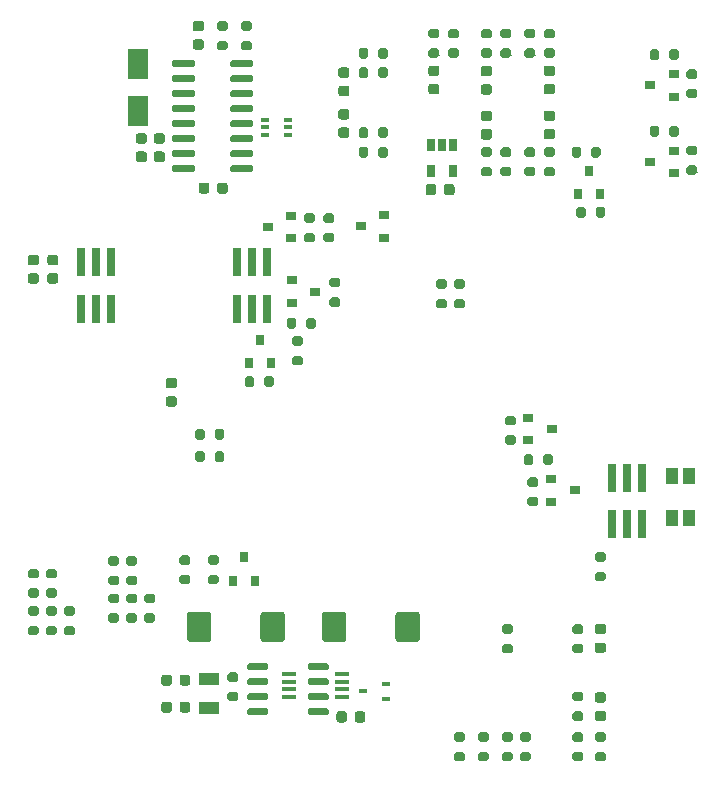
<source format=gbr>
%TF.GenerationSoftware,KiCad,Pcbnew,(5.1.10)-1*%
%TF.CreationDate,2022-01-17T19:42:39+07:00*%
%TF.ProjectId,Digital_module_v3,44696769-7461-46c5-9f6d-6f64756c655f,rev?*%
%TF.SameCoordinates,Original*%
%TF.FileFunction,Paste,Bot*%
%TF.FilePolarity,Positive*%
%FSLAX46Y46*%
G04 Gerber Fmt 4.6, Leading zero omitted, Abs format (unit mm)*
G04 Created by KiCad (PCBNEW (5.1.10)-1) date 2022-01-17 19:42:39*
%MOMM*%
%LPD*%
G01*
G04 APERTURE LIST*
%ADD10R,0.740000X2.400000*%
%ADD11R,0.800000X0.900000*%
%ADD12R,0.900000X0.800000*%
%ADD13R,0.650000X0.400000*%
%ADD14R,0.650000X1.060000*%
%ADD15R,1.800000X1.000000*%
%ADD16R,1.300000X0.450000*%
%ADD17R,0.700000X0.450000*%
%ADD18R,1.800000X2.500000*%
%ADD19R,1.050000X1.400000*%
G04 APERTURE END LIST*
D10*
%TO.C,U2*%
X122479000Y-115427000D03*
X121209000Y-115427000D03*
X123749000Y-115427000D03*
X122479000Y-119327000D03*
X121209000Y-119327000D03*
X123749000Y-119327000D03*
%TD*%
%TO.C,U1*%
X89459000Y-97150000D03*
X91999000Y-97150000D03*
X90729000Y-97150000D03*
X89459000Y-101050000D03*
X91999000Y-101050000D03*
X90729000Y-101050000D03*
X76251000Y-97150000D03*
X78791000Y-97150000D03*
X77521000Y-97150000D03*
X76251000Y-101050000D03*
X78791000Y-101050000D03*
X77521000Y-101050000D03*
%TD*%
%TO.C,R39*%
G36*
G01*
X85288800Y-122751800D02*
X84738800Y-122751800D01*
G75*
G02*
X84538800Y-122551800I0J200000D01*
G01*
X84538800Y-122151800D01*
G75*
G02*
X84738800Y-121951800I200000J0D01*
G01*
X85288800Y-121951800D01*
G75*
G02*
X85488800Y-122151800I0J-200000D01*
G01*
X85488800Y-122551800D01*
G75*
G02*
X85288800Y-122751800I-200000J0D01*
G01*
G37*
G36*
G01*
X85288800Y-124401800D02*
X84738800Y-124401800D01*
G75*
G02*
X84538800Y-124201800I0J200000D01*
G01*
X84538800Y-123801800D01*
G75*
G02*
X84738800Y-123601800I200000J0D01*
G01*
X85288800Y-123601800D01*
G75*
G02*
X85488800Y-123801800I0J-200000D01*
G01*
X85488800Y-124201800D01*
G75*
G02*
X85288800Y-124401800I-200000J0D01*
G01*
G37*
%TD*%
%TO.C,R37*%
G36*
G01*
X87151800Y-123601800D02*
X87701800Y-123601800D01*
G75*
G02*
X87901800Y-123801800I0J-200000D01*
G01*
X87901800Y-124201800D01*
G75*
G02*
X87701800Y-124401800I-200000J0D01*
G01*
X87151800Y-124401800D01*
G75*
G02*
X86951800Y-124201800I0J200000D01*
G01*
X86951800Y-123801800D01*
G75*
G02*
X87151800Y-123601800I200000J0D01*
G01*
G37*
G36*
G01*
X87151800Y-121951800D02*
X87701800Y-121951800D01*
G75*
G02*
X87901800Y-122151800I0J-200000D01*
G01*
X87901800Y-122551800D01*
G75*
G02*
X87701800Y-122751800I-200000J0D01*
G01*
X87151800Y-122751800D01*
G75*
G02*
X86951800Y-122551800I0J200000D01*
G01*
X86951800Y-122151800D01*
G75*
G02*
X87151800Y-121951800I200000J0D01*
G01*
G37*
%TD*%
%TO.C,R35*%
G36*
G01*
X86684800Y-111408800D02*
X86684800Y-111958800D01*
G75*
G02*
X86484800Y-112158800I-200000J0D01*
G01*
X86084800Y-112158800D01*
G75*
G02*
X85884800Y-111958800I0J200000D01*
G01*
X85884800Y-111408800D01*
G75*
G02*
X86084800Y-111208800I200000J0D01*
G01*
X86484800Y-111208800D01*
G75*
G02*
X86684800Y-111408800I0J-200000D01*
G01*
G37*
G36*
G01*
X88334800Y-111408800D02*
X88334800Y-111958800D01*
G75*
G02*
X88134800Y-112158800I-200000J0D01*
G01*
X87734800Y-112158800D01*
G75*
G02*
X87534800Y-111958800I0J200000D01*
G01*
X87534800Y-111408800D01*
G75*
G02*
X87734800Y-111208800I200000J0D01*
G01*
X88134800Y-111208800D01*
G75*
G02*
X88334800Y-111408800I0J-200000D01*
G01*
G37*
%TD*%
%TO.C,R32*%
G36*
G01*
X87534800Y-113863800D02*
X87534800Y-113313800D01*
G75*
G02*
X87734800Y-113113800I200000J0D01*
G01*
X88134800Y-113113800D01*
G75*
G02*
X88334800Y-113313800I0J-200000D01*
G01*
X88334800Y-113863800D01*
G75*
G02*
X88134800Y-114063800I-200000J0D01*
G01*
X87734800Y-114063800D01*
G75*
G02*
X87534800Y-113863800I0J200000D01*
G01*
G37*
G36*
G01*
X85884800Y-113863800D02*
X85884800Y-113313800D01*
G75*
G02*
X86084800Y-113113800I200000J0D01*
G01*
X86484800Y-113113800D01*
G75*
G02*
X86684800Y-113313800I0J-200000D01*
G01*
X86684800Y-113863800D01*
G75*
G02*
X86484800Y-114063800I-200000J0D01*
G01*
X86084800Y-114063800D01*
G75*
G02*
X85884800Y-113863800I0J200000D01*
G01*
G37*
%TD*%
%TO.C,R13*%
G36*
G01*
X97438800Y-100107800D02*
X97988800Y-100107800D01*
G75*
G02*
X98188800Y-100307800I0J-200000D01*
G01*
X98188800Y-100707800D01*
G75*
G02*
X97988800Y-100907800I-200000J0D01*
G01*
X97438800Y-100907800D01*
G75*
G02*
X97238800Y-100707800I0J200000D01*
G01*
X97238800Y-100307800D01*
G75*
G02*
X97438800Y-100107800I200000J0D01*
G01*
G37*
G36*
G01*
X97438800Y-98457800D02*
X97988800Y-98457800D01*
G75*
G02*
X98188800Y-98657800I0J-200000D01*
G01*
X98188800Y-99057800D01*
G75*
G02*
X97988800Y-99257800I-200000J0D01*
G01*
X97438800Y-99257800D01*
G75*
G02*
X97238800Y-99057800I0J200000D01*
G01*
X97238800Y-98657800D01*
G75*
G02*
X97438800Y-98457800I200000J0D01*
G01*
G37*
%TD*%
%TO.C,R4*%
G36*
G01*
X94431800Y-102010800D02*
X94431800Y-102560800D01*
G75*
G02*
X94231800Y-102760800I-200000J0D01*
G01*
X93831800Y-102760800D01*
G75*
G02*
X93631800Y-102560800I0J200000D01*
G01*
X93631800Y-102010800D01*
G75*
G02*
X93831800Y-101810800I200000J0D01*
G01*
X94231800Y-101810800D01*
G75*
G02*
X94431800Y-102010800I0J-200000D01*
G01*
G37*
G36*
G01*
X96081800Y-102010800D02*
X96081800Y-102560800D01*
G75*
G02*
X95881800Y-102760800I-200000J0D01*
G01*
X95481800Y-102760800D01*
G75*
G02*
X95281800Y-102560800I0J200000D01*
G01*
X95281800Y-102010800D01*
G75*
G02*
X95481800Y-101810800I200000J0D01*
G01*
X95881800Y-101810800D01*
G75*
G02*
X96081800Y-102010800I0J-200000D01*
G01*
G37*
%TD*%
D11*
%TO.C,Q16*%
X90027800Y-122097800D03*
X89077800Y-124097800D03*
X90977800Y-124097800D03*
%TD*%
D12*
%TO.C,Q4*%
X96062800Y-99618800D03*
X94062800Y-98668800D03*
X94062800Y-100568800D03*
%TD*%
%TO.C,R21*%
G36*
G01*
X107979800Y-100234800D02*
X108529800Y-100234800D01*
G75*
G02*
X108729800Y-100434800I0J-200000D01*
G01*
X108729800Y-100834800D01*
G75*
G02*
X108529800Y-101034800I-200000J0D01*
G01*
X107979800Y-101034800D01*
G75*
G02*
X107779800Y-100834800I0J200000D01*
G01*
X107779800Y-100434800D01*
G75*
G02*
X107979800Y-100234800I200000J0D01*
G01*
G37*
G36*
G01*
X107979800Y-98584800D02*
X108529800Y-98584800D01*
G75*
G02*
X108729800Y-98784800I0J-200000D01*
G01*
X108729800Y-99184800D01*
G75*
G02*
X108529800Y-99384800I-200000J0D01*
G01*
X107979800Y-99384800D01*
G75*
G02*
X107779800Y-99184800I0J200000D01*
G01*
X107779800Y-98784800D01*
G75*
G02*
X107979800Y-98584800I200000J0D01*
G01*
G37*
%TD*%
%TO.C,R22*%
G36*
G01*
X106455800Y-100234800D02*
X107005800Y-100234800D01*
G75*
G02*
X107205800Y-100434800I0J-200000D01*
G01*
X107205800Y-100834800D01*
G75*
G02*
X107005800Y-101034800I-200000J0D01*
G01*
X106455800Y-101034800D01*
G75*
G02*
X106255800Y-100834800I0J200000D01*
G01*
X106255800Y-100434800D01*
G75*
G02*
X106455800Y-100234800I200000J0D01*
G01*
G37*
G36*
G01*
X106455800Y-98584800D02*
X107005800Y-98584800D01*
G75*
G02*
X107205800Y-98784800I0J-200000D01*
G01*
X107205800Y-99184800D01*
G75*
G02*
X107005800Y-99384800I-200000J0D01*
G01*
X106455800Y-99384800D01*
G75*
G02*
X106255800Y-99184800I0J200000D01*
G01*
X106255800Y-98784800D01*
G75*
G02*
X106455800Y-98584800I200000J0D01*
G01*
G37*
%TD*%
%TO.C,Q1*%
X124415800Y-82153800D03*
X126415800Y-83103800D03*
X126415800Y-81203800D03*
%TD*%
%TO.C,Q2*%
X124415800Y-88635800D03*
X126415800Y-89585800D03*
X126415800Y-87685800D03*
%TD*%
%TO.C,R16*%
G36*
G01*
X95279800Y-94646800D02*
X95829800Y-94646800D01*
G75*
G02*
X96029800Y-94846800I0J-200000D01*
G01*
X96029800Y-95246800D01*
G75*
G02*
X95829800Y-95446800I-200000J0D01*
G01*
X95279800Y-95446800D01*
G75*
G02*
X95079800Y-95246800I0J200000D01*
G01*
X95079800Y-94846800D01*
G75*
G02*
X95279800Y-94646800I200000J0D01*
G01*
G37*
G36*
G01*
X95279800Y-92996800D02*
X95829800Y-92996800D01*
G75*
G02*
X96029800Y-93196800I0J-200000D01*
G01*
X96029800Y-93596800D01*
G75*
G02*
X95829800Y-93796800I-200000J0D01*
G01*
X95279800Y-93796800D01*
G75*
G02*
X95079800Y-93596800I0J200000D01*
G01*
X95079800Y-93196800D01*
G75*
G02*
X95279800Y-92996800I200000J0D01*
G01*
G37*
%TD*%
%TO.C,R17*%
G36*
G01*
X112297800Y-111791800D02*
X112847800Y-111791800D01*
G75*
G02*
X113047800Y-111991800I0J-200000D01*
G01*
X113047800Y-112391800D01*
G75*
G02*
X112847800Y-112591800I-200000J0D01*
G01*
X112297800Y-112591800D01*
G75*
G02*
X112097800Y-112391800I0J200000D01*
G01*
X112097800Y-111991800D01*
G75*
G02*
X112297800Y-111791800I200000J0D01*
G01*
G37*
G36*
G01*
X112297800Y-110141800D02*
X112847800Y-110141800D01*
G75*
G02*
X113047800Y-110341800I0J-200000D01*
G01*
X113047800Y-110741800D01*
G75*
G02*
X112847800Y-110941800I-200000J0D01*
G01*
X112297800Y-110941800D01*
G75*
G02*
X112097800Y-110741800I0J200000D01*
G01*
X112097800Y-110341800D01*
G75*
G02*
X112297800Y-110141800I200000J0D01*
G01*
G37*
%TD*%
%TO.C,R18*%
G36*
G01*
X114202800Y-116998800D02*
X114752800Y-116998800D01*
G75*
G02*
X114952800Y-117198800I0J-200000D01*
G01*
X114952800Y-117598800D01*
G75*
G02*
X114752800Y-117798800I-200000J0D01*
G01*
X114202800Y-117798800D01*
G75*
G02*
X114002800Y-117598800I0J200000D01*
G01*
X114002800Y-117198800D01*
G75*
G02*
X114202800Y-116998800I200000J0D01*
G01*
G37*
G36*
G01*
X114202800Y-115348800D02*
X114752800Y-115348800D01*
G75*
G02*
X114952800Y-115548800I0J-200000D01*
G01*
X114952800Y-115948800D01*
G75*
G02*
X114752800Y-116148800I-200000J0D01*
G01*
X114202800Y-116148800D01*
G75*
G02*
X114002800Y-115948800I0J200000D01*
G01*
X114002800Y-115548800D01*
G75*
G02*
X114202800Y-115348800I200000J0D01*
G01*
G37*
%TD*%
%TO.C,R1*%
G36*
G01*
X126014800Y-79827800D02*
X126014800Y-79277800D01*
G75*
G02*
X126214800Y-79077800I200000J0D01*
G01*
X126614800Y-79077800D01*
G75*
G02*
X126814800Y-79277800I0J-200000D01*
G01*
X126814800Y-79827800D01*
G75*
G02*
X126614800Y-80027800I-200000J0D01*
G01*
X126214800Y-80027800D01*
G75*
G02*
X126014800Y-79827800I0J200000D01*
G01*
G37*
G36*
G01*
X124364800Y-79827800D02*
X124364800Y-79277800D01*
G75*
G02*
X124564800Y-79077800I200000J0D01*
G01*
X124964800Y-79077800D01*
G75*
G02*
X125164800Y-79277800I0J-200000D01*
G01*
X125164800Y-79827800D01*
G75*
G02*
X124964800Y-80027800I-200000J0D01*
G01*
X124564800Y-80027800D01*
G75*
G02*
X124364800Y-79827800I0J200000D01*
G01*
G37*
%TD*%
%TO.C,R2*%
G36*
G01*
X126015800Y-86304800D02*
X126015800Y-85754800D01*
G75*
G02*
X126215800Y-85554800I200000J0D01*
G01*
X126615800Y-85554800D01*
G75*
G02*
X126815800Y-85754800I0J-200000D01*
G01*
X126815800Y-86304800D01*
G75*
G02*
X126615800Y-86504800I-200000J0D01*
G01*
X126215800Y-86504800D01*
G75*
G02*
X126015800Y-86304800I0J200000D01*
G01*
G37*
G36*
G01*
X124365800Y-86304800D02*
X124365800Y-85754800D01*
G75*
G02*
X124565800Y-85554800I200000J0D01*
G01*
X124965800Y-85554800D01*
G75*
G02*
X125165800Y-85754800I0J-200000D01*
G01*
X125165800Y-86304800D01*
G75*
G02*
X124965800Y-86504800I-200000J0D01*
G01*
X124565800Y-86504800D01*
G75*
G02*
X124365800Y-86304800I0J200000D01*
G01*
G37*
%TD*%
%TO.C,R3*%
G36*
G01*
X119410800Y-88082800D02*
X119410800Y-87532800D01*
G75*
G02*
X119610800Y-87332800I200000J0D01*
G01*
X120010800Y-87332800D01*
G75*
G02*
X120210800Y-87532800I0J-200000D01*
G01*
X120210800Y-88082800D01*
G75*
G02*
X120010800Y-88282800I-200000J0D01*
G01*
X119610800Y-88282800D01*
G75*
G02*
X119410800Y-88082800I0J200000D01*
G01*
G37*
G36*
G01*
X117760800Y-88082800D02*
X117760800Y-87532800D01*
G75*
G02*
X117960800Y-87332800I200000J0D01*
G01*
X118360800Y-87332800D01*
G75*
G02*
X118560800Y-87532800I0J-200000D01*
G01*
X118560800Y-88082800D01*
G75*
G02*
X118360800Y-88282800I-200000J0D01*
G01*
X117960800Y-88282800D01*
G75*
G02*
X117760800Y-88082800I0J200000D01*
G01*
G37*
%TD*%
%TO.C,Q7*%
X92030800Y-94157800D03*
X94030800Y-95107800D03*
X94030800Y-93207800D03*
%TD*%
%TO.C,Q8*%
X116096800Y-111241800D03*
X114096800Y-110291800D03*
X114096800Y-112191800D03*
%TD*%
%TO.C,Q9*%
X118001800Y-116448800D03*
X116001800Y-115498800D03*
X116001800Y-117398800D03*
%TD*%
D11*
%TO.C,Q3*%
X119242800Y-89363800D03*
X118292800Y-91363800D03*
X120192800Y-91363800D03*
%TD*%
%TO.C,Q5*%
X91363800Y-103698800D03*
X90413800Y-105698800D03*
X92313800Y-105698800D03*
%TD*%
D12*
%TO.C,Q6*%
X99904800Y-94091800D03*
X101904800Y-95041800D03*
X101904800Y-93141800D03*
%TD*%
%TO.C,R12*%
G36*
G01*
X118942800Y-92612800D02*
X118942800Y-93162800D01*
G75*
G02*
X118742800Y-93362800I-200000J0D01*
G01*
X118342800Y-93362800D01*
G75*
G02*
X118142800Y-93162800I0J200000D01*
G01*
X118142800Y-92612800D01*
G75*
G02*
X118342800Y-92412800I200000J0D01*
G01*
X118742800Y-92412800D01*
G75*
G02*
X118942800Y-92612800I0J-200000D01*
G01*
G37*
G36*
G01*
X120592800Y-92612800D02*
X120592800Y-93162800D01*
G75*
G02*
X120392800Y-93362800I-200000J0D01*
G01*
X119992800Y-93362800D01*
G75*
G02*
X119792800Y-93162800I0J200000D01*
G01*
X119792800Y-92612800D01*
G75*
G02*
X119992800Y-92412800I200000J0D01*
G01*
X120392800Y-92412800D01*
G75*
G02*
X120592800Y-92612800I0J-200000D01*
G01*
G37*
%TD*%
%TO.C,R14*%
G36*
G01*
X90875800Y-106963800D02*
X90875800Y-107513800D01*
G75*
G02*
X90675800Y-107713800I-200000J0D01*
G01*
X90275800Y-107713800D01*
G75*
G02*
X90075800Y-107513800I0J200000D01*
G01*
X90075800Y-106963800D01*
G75*
G02*
X90275800Y-106763800I200000J0D01*
G01*
X90675800Y-106763800D01*
G75*
G02*
X90875800Y-106963800I0J-200000D01*
G01*
G37*
G36*
G01*
X92525800Y-106963800D02*
X92525800Y-107513800D01*
G75*
G02*
X92325800Y-107713800I-200000J0D01*
G01*
X91925800Y-107713800D01*
G75*
G02*
X91725800Y-107513800I0J200000D01*
G01*
X91725800Y-106963800D01*
G75*
G02*
X91925800Y-106763800I200000J0D01*
G01*
X92325800Y-106763800D01*
G75*
G02*
X92525800Y-106963800I0J-200000D01*
G01*
G37*
%TD*%
%TO.C,R5*%
G36*
G01*
X94813800Y-104210800D02*
X94263800Y-104210800D01*
G75*
G02*
X94063800Y-104010800I0J200000D01*
G01*
X94063800Y-103610800D01*
G75*
G02*
X94263800Y-103410800I200000J0D01*
G01*
X94813800Y-103410800D01*
G75*
G02*
X95013800Y-103610800I0J-200000D01*
G01*
X95013800Y-104010800D01*
G75*
G02*
X94813800Y-104210800I-200000J0D01*
G01*
G37*
G36*
G01*
X94813800Y-105860800D02*
X94263800Y-105860800D01*
G75*
G02*
X94063800Y-105660800I0J200000D01*
G01*
X94063800Y-105260800D01*
G75*
G02*
X94263800Y-105060800I200000J0D01*
G01*
X94813800Y-105060800D01*
G75*
G02*
X95013800Y-105260800I0J-200000D01*
G01*
X95013800Y-105660800D01*
G75*
G02*
X94813800Y-105860800I-200000J0D01*
G01*
G37*
%TD*%
%TO.C,R7*%
G36*
G01*
X96930800Y-94645800D02*
X97480800Y-94645800D01*
G75*
G02*
X97680800Y-94845800I0J-200000D01*
G01*
X97680800Y-95245800D01*
G75*
G02*
X97480800Y-95445800I-200000J0D01*
G01*
X96930800Y-95445800D01*
G75*
G02*
X96730800Y-95245800I0J200000D01*
G01*
X96730800Y-94845800D01*
G75*
G02*
X96930800Y-94645800I200000J0D01*
G01*
G37*
G36*
G01*
X96930800Y-92995800D02*
X97480800Y-92995800D01*
G75*
G02*
X97680800Y-93195800I0J-200000D01*
G01*
X97680800Y-93595800D01*
G75*
G02*
X97480800Y-93795800I-200000J0D01*
G01*
X96930800Y-93795800D01*
G75*
G02*
X96730800Y-93595800I0J200000D01*
G01*
X96730800Y-93195800D01*
G75*
G02*
X96930800Y-92995800I200000J0D01*
G01*
G37*
%TD*%
%TO.C,R8*%
G36*
G01*
X114496800Y-113567800D02*
X114496800Y-114117800D01*
G75*
G02*
X114296800Y-114317800I-200000J0D01*
G01*
X113896800Y-114317800D01*
G75*
G02*
X113696800Y-114117800I0J200000D01*
G01*
X113696800Y-113567800D01*
G75*
G02*
X113896800Y-113367800I200000J0D01*
G01*
X114296800Y-113367800D01*
G75*
G02*
X114496800Y-113567800I0J-200000D01*
G01*
G37*
G36*
G01*
X116146800Y-113567800D02*
X116146800Y-114117800D01*
G75*
G02*
X115946800Y-114317800I-200000J0D01*
G01*
X115546800Y-114317800D01*
G75*
G02*
X115346800Y-114117800I0J200000D01*
G01*
X115346800Y-113567800D01*
G75*
G02*
X115546800Y-113367800I200000J0D01*
G01*
X115946800Y-113367800D01*
G75*
G02*
X116146800Y-113567800I0J-200000D01*
G01*
G37*
%TD*%
%TO.C,R10*%
G36*
G01*
X128214800Y-81604800D02*
X127664800Y-81604800D01*
G75*
G02*
X127464800Y-81404800I0J200000D01*
G01*
X127464800Y-81004800D01*
G75*
G02*
X127664800Y-80804800I200000J0D01*
G01*
X128214800Y-80804800D01*
G75*
G02*
X128414800Y-81004800I0J-200000D01*
G01*
X128414800Y-81404800D01*
G75*
G02*
X128214800Y-81604800I-200000J0D01*
G01*
G37*
G36*
G01*
X128214800Y-83254800D02*
X127664800Y-83254800D01*
G75*
G02*
X127464800Y-83054800I0J200000D01*
G01*
X127464800Y-82654800D01*
G75*
G02*
X127664800Y-82454800I200000J0D01*
G01*
X128214800Y-82454800D01*
G75*
G02*
X128414800Y-82654800I0J-200000D01*
G01*
X128414800Y-83054800D01*
G75*
G02*
X128214800Y-83254800I-200000J0D01*
G01*
G37*
%TD*%
%TO.C,R11*%
G36*
G01*
X128214800Y-88080800D02*
X127664800Y-88080800D01*
G75*
G02*
X127464800Y-87880800I0J200000D01*
G01*
X127464800Y-87480800D01*
G75*
G02*
X127664800Y-87280800I200000J0D01*
G01*
X128214800Y-87280800D01*
G75*
G02*
X128414800Y-87480800I0J-200000D01*
G01*
X128414800Y-87880800D01*
G75*
G02*
X128214800Y-88080800I-200000J0D01*
G01*
G37*
G36*
G01*
X128214800Y-89730800D02*
X127664800Y-89730800D01*
G75*
G02*
X127464800Y-89530800I0J200000D01*
G01*
X127464800Y-89130800D01*
G75*
G02*
X127664800Y-88930800I200000J0D01*
G01*
X128214800Y-88930800D01*
G75*
G02*
X128414800Y-89130800I0J-200000D01*
G01*
X128414800Y-89530800D01*
G75*
G02*
X128214800Y-89730800I-200000J0D01*
G01*
G37*
%TD*%
%TO.C,R96*%
G36*
G01*
X74959800Y-127920800D02*
X75509800Y-127920800D01*
G75*
G02*
X75709800Y-128120800I0J-200000D01*
G01*
X75709800Y-128520800D01*
G75*
G02*
X75509800Y-128720800I-200000J0D01*
G01*
X74959800Y-128720800D01*
G75*
G02*
X74759800Y-128520800I0J200000D01*
G01*
X74759800Y-128120800D01*
G75*
G02*
X74959800Y-127920800I200000J0D01*
G01*
G37*
G36*
G01*
X74959800Y-126270800D02*
X75509800Y-126270800D01*
G75*
G02*
X75709800Y-126470800I0J-200000D01*
G01*
X75709800Y-126870800D01*
G75*
G02*
X75509800Y-127070800I-200000J0D01*
G01*
X74959800Y-127070800D01*
G75*
G02*
X74759800Y-126870800I0J200000D01*
G01*
X74759800Y-126470800D01*
G75*
G02*
X74959800Y-126270800I200000J0D01*
G01*
G37*
%TD*%
%TO.C,R87*%
G36*
G01*
X71911800Y-124745800D02*
X72461800Y-124745800D01*
G75*
G02*
X72661800Y-124945800I0J-200000D01*
G01*
X72661800Y-125345800D01*
G75*
G02*
X72461800Y-125545800I-200000J0D01*
G01*
X71911800Y-125545800D01*
G75*
G02*
X71711800Y-125345800I0J200000D01*
G01*
X71711800Y-124945800D01*
G75*
G02*
X71911800Y-124745800I200000J0D01*
G01*
G37*
G36*
G01*
X71911800Y-123095800D02*
X72461800Y-123095800D01*
G75*
G02*
X72661800Y-123295800I0J-200000D01*
G01*
X72661800Y-123695800D01*
G75*
G02*
X72461800Y-123895800I-200000J0D01*
G01*
X71911800Y-123895800D01*
G75*
G02*
X71711800Y-123695800I0J200000D01*
G01*
X71711800Y-123295800D01*
G75*
G02*
X71911800Y-123095800I200000J0D01*
G01*
G37*
%TD*%
%TO.C,R94*%
G36*
G01*
X80230300Y-125190300D02*
X80780300Y-125190300D01*
G75*
G02*
X80980300Y-125390300I0J-200000D01*
G01*
X80980300Y-125790300D01*
G75*
G02*
X80780300Y-125990300I-200000J0D01*
G01*
X80230300Y-125990300D01*
G75*
G02*
X80030300Y-125790300I0J200000D01*
G01*
X80030300Y-125390300D01*
G75*
G02*
X80230300Y-125190300I200000J0D01*
G01*
G37*
G36*
G01*
X80230300Y-126840300D02*
X80780300Y-126840300D01*
G75*
G02*
X80980300Y-127040300I0J-200000D01*
G01*
X80980300Y-127440300D01*
G75*
G02*
X80780300Y-127640300I-200000J0D01*
G01*
X80230300Y-127640300D01*
G75*
G02*
X80030300Y-127440300I0J200000D01*
G01*
X80030300Y-127040300D01*
G75*
G02*
X80230300Y-126840300I200000J0D01*
G01*
G37*
%TD*%
%TO.C,R88*%
G36*
G01*
X73435800Y-124745800D02*
X73985800Y-124745800D01*
G75*
G02*
X74185800Y-124945800I0J-200000D01*
G01*
X74185800Y-125345800D01*
G75*
G02*
X73985800Y-125545800I-200000J0D01*
G01*
X73435800Y-125545800D01*
G75*
G02*
X73235800Y-125345800I0J200000D01*
G01*
X73235800Y-124945800D01*
G75*
G02*
X73435800Y-124745800I200000J0D01*
G01*
G37*
G36*
G01*
X73435800Y-123095800D02*
X73985800Y-123095800D01*
G75*
G02*
X74185800Y-123295800I0J-200000D01*
G01*
X74185800Y-123695800D01*
G75*
G02*
X73985800Y-123895800I-200000J0D01*
G01*
X73435800Y-123895800D01*
G75*
G02*
X73235800Y-123695800I0J200000D01*
G01*
X73235800Y-123295800D01*
G75*
G02*
X73435800Y-123095800I200000J0D01*
G01*
G37*
%TD*%
%TO.C,R89*%
G36*
G01*
X78706300Y-122016300D02*
X79256300Y-122016300D01*
G75*
G02*
X79456300Y-122216300I0J-200000D01*
G01*
X79456300Y-122616300D01*
G75*
G02*
X79256300Y-122816300I-200000J0D01*
G01*
X78706300Y-122816300D01*
G75*
G02*
X78506300Y-122616300I0J200000D01*
G01*
X78506300Y-122216300D01*
G75*
G02*
X78706300Y-122016300I200000J0D01*
G01*
G37*
G36*
G01*
X78706300Y-123666300D02*
X79256300Y-123666300D01*
G75*
G02*
X79456300Y-123866300I0J-200000D01*
G01*
X79456300Y-124266300D01*
G75*
G02*
X79256300Y-124466300I-200000J0D01*
G01*
X78706300Y-124466300D01*
G75*
G02*
X78506300Y-124266300I0J200000D01*
G01*
X78506300Y-123866300D01*
G75*
G02*
X78706300Y-123666300I200000J0D01*
G01*
G37*
%TD*%
%TO.C,R90*%
G36*
G01*
X80230300Y-122016300D02*
X80780300Y-122016300D01*
G75*
G02*
X80980300Y-122216300I0J-200000D01*
G01*
X80980300Y-122616300D01*
G75*
G02*
X80780300Y-122816300I-200000J0D01*
G01*
X80230300Y-122816300D01*
G75*
G02*
X80030300Y-122616300I0J200000D01*
G01*
X80030300Y-122216300D01*
G75*
G02*
X80230300Y-122016300I200000J0D01*
G01*
G37*
G36*
G01*
X80230300Y-123666300D02*
X80780300Y-123666300D01*
G75*
G02*
X80980300Y-123866300I0J-200000D01*
G01*
X80980300Y-124266300D01*
G75*
G02*
X80780300Y-124466300I-200000J0D01*
G01*
X80230300Y-124466300D01*
G75*
G02*
X80030300Y-124266300I0J200000D01*
G01*
X80030300Y-123866300D01*
G75*
G02*
X80230300Y-123666300I200000J0D01*
G01*
G37*
%TD*%
%TO.C,R91*%
G36*
G01*
X71911800Y-127919800D02*
X72461800Y-127919800D01*
G75*
G02*
X72661800Y-128119800I0J-200000D01*
G01*
X72661800Y-128519800D01*
G75*
G02*
X72461800Y-128719800I-200000J0D01*
G01*
X71911800Y-128719800D01*
G75*
G02*
X71711800Y-128519800I0J200000D01*
G01*
X71711800Y-128119800D01*
G75*
G02*
X71911800Y-127919800I200000J0D01*
G01*
G37*
G36*
G01*
X71911800Y-126269800D02*
X72461800Y-126269800D01*
G75*
G02*
X72661800Y-126469800I0J-200000D01*
G01*
X72661800Y-126869800D01*
G75*
G02*
X72461800Y-127069800I-200000J0D01*
G01*
X71911800Y-127069800D01*
G75*
G02*
X71711800Y-126869800I0J200000D01*
G01*
X71711800Y-126469800D01*
G75*
G02*
X71911800Y-126269800I200000J0D01*
G01*
G37*
%TD*%
%TO.C,R92*%
G36*
G01*
X73435800Y-127919800D02*
X73985800Y-127919800D01*
G75*
G02*
X74185800Y-128119800I0J-200000D01*
G01*
X74185800Y-128519800D01*
G75*
G02*
X73985800Y-128719800I-200000J0D01*
G01*
X73435800Y-128719800D01*
G75*
G02*
X73235800Y-128519800I0J200000D01*
G01*
X73235800Y-128119800D01*
G75*
G02*
X73435800Y-127919800I200000J0D01*
G01*
G37*
G36*
G01*
X73435800Y-126269800D02*
X73985800Y-126269800D01*
G75*
G02*
X74185800Y-126469800I0J-200000D01*
G01*
X74185800Y-126869800D01*
G75*
G02*
X73985800Y-127069800I-200000J0D01*
G01*
X73435800Y-127069800D01*
G75*
G02*
X73235800Y-126869800I0J200000D01*
G01*
X73235800Y-126469800D01*
G75*
G02*
X73435800Y-126269800I200000J0D01*
G01*
G37*
%TD*%
%TO.C,R93*%
G36*
G01*
X78706300Y-125190300D02*
X79256300Y-125190300D01*
G75*
G02*
X79456300Y-125390300I0J-200000D01*
G01*
X79456300Y-125790300D01*
G75*
G02*
X79256300Y-125990300I-200000J0D01*
G01*
X78706300Y-125990300D01*
G75*
G02*
X78506300Y-125790300I0J200000D01*
G01*
X78506300Y-125390300D01*
G75*
G02*
X78706300Y-125190300I200000J0D01*
G01*
G37*
G36*
G01*
X78706300Y-126840300D02*
X79256300Y-126840300D01*
G75*
G02*
X79456300Y-127040300I0J-200000D01*
G01*
X79456300Y-127440300D01*
G75*
G02*
X79256300Y-127640300I-200000J0D01*
G01*
X78706300Y-127640300D01*
G75*
G02*
X78506300Y-127440300I0J200000D01*
G01*
X78506300Y-127040300D01*
G75*
G02*
X78706300Y-126840300I200000J0D01*
G01*
G37*
%TD*%
%TO.C,R95*%
G36*
G01*
X81754300Y-125190300D02*
X82304300Y-125190300D01*
G75*
G02*
X82504300Y-125390300I0J-200000D01*
G01*
X82504300Y-125790300D01*
G75*
G02*
X82304300Y-125990300I-200000J0D01*
G01*
X81754300Y-125990300D01*
G75*
G02*
X81554300Y-125790300I0J200000D01*
G01*
X81554300Y-125390300D01*
G75*
G02*
X81754300Y-125190300I200000J0D01*
G01*
G37*
G36*
G01*
X81754300Y-126840300D02*
X82304300Y-126840300D01*
G75*
G02*
X82504300Y-127040300I0J-200000D01*
G01*
X82504300Y-127440300D01*
G75*
G02*
X82304300Y-127640300I-200000J0D01*
G01*
X81754300Y-127640300D01*
G75*
G02*
X81554300Y-127440300I0J200000D01*
G01*
X81554300Y-127040300D01*
G75*
G02*
X81754300Y-126840300I200000J0D01*
G01*
G37*
%TD*%
%TO.C,C10*%
G36*
G01*
X91407800Y-129028300D02*
X91407800Y-126978300D01*
G75*
G02*
X91657800Y-126728300I250000J0D01*
G01*
X93232800Y-126728300D01*
G75*
G02*
X93482800Y-126978300I0J-250000D01*
G01*
X93482800Y-129028300D01*
G75*
G02*
X93232800Y-129278300I-250000J0D01*
G01*
X91657800Y-129278300D01*
G75*
G02*
X91407800Y-129028300I0J250000D01*
G01*
G37*
G36*
G01*
X85182800Y-129028300D02*
X85182800Y-126978300D01*
G75*
G02*
X85432800Y-126728300I250000J0D01*
G01*
X87007800Y-126728300D01*
G75*
G02*
X87257800Y-126978300I0J-250000D01*
G01*
X87257800Y-129028300D01*
G75*
G02*
X87007800Y-129278300I-250000J0D01*
G01*
X85432800Y-129278300D01*
G75*
G02*
X85182800Y-129028300I0J250000D01*
G01*
G37*
%TD*%
%TO.C,C12*%
G36*
G01*
X98687800Y-126978300D02*
X98687800Y-129028300D01*
G75*
G02*
X98437800Y-129278300I-250000J0D01*
G01*
X96862800Y-129278300D01*
G75*
G02*
X96612800Y-129028300I0J250000D01*
G01*
X96612800Y-126978300D01*
G75*
G02*
X96862800Y-126728300I250000J0D01*
G01*
X98437800Y-126728300D01*
G75*
G02*
X98687800Y-126978300I0J-250000D01*
G01*
G37*
G36*
G01*
X104912800Y-126978300D02*
X104912800Y-129028300D01*
G75*
G02*
X104662800Y-129278300I-250000J0D01*
G01*
X103087800Y-129278300D01*
G75*
G02*
X102837800Y-129028300I0J250000D01*
G01*
X102837800Y-126978300D01*
G75*
G02*
X103087800Y-126728300I250000J0D01*
G01*
X104662800Y-126728300D01*
G75*
G02*
X104912800Y-126978300I0J-250000D01*
G01*
G37*
%TD*%
D13*
%TO.C,Q21*%
X93710800Y-86362300D03*
X93710800Y-85062300D03*
X91810800Y-85712300D03*
X93710800Y-85712300D03*
X91810800Y-85062300D03*
X91810800Y-86362300D03*
%TD*%
%TO.C,R86*%
G36*
G01*
X120467800Y-137738800D02*
X119917800Y-137738800D01*
G75*
G02*
X119717800Y-137538800I0J200000D01*
G01*
X119717800Y-137138800D01*
G75*
G02*
X119917800Y-136938800I200000J0D01*
G01*
X120467800Y-136938800D01*
G75*
G02*
X120667800Y-137138800I0J-200000D01*
G01*
X120667800Y-137538800D01*
G75*
G02*
X120467800Y-137738800I-200000J0D01*
G01*
G37*
G36*
G01*
X120467800Y-139388800D02*
X119917800Y-139388800D01*
G75*
G02*
X119717800Y-139188800I0J200000D01*
G01*
X119717800Y-138788800D01*
G75*
G02*
X119917800Y-138588800I200000J0D01*
G01*
X120467800Y-138588800D01*
G75*
G02*
X120667800Y-138788800I0J-200000D01*
G01*
X120667800Y-139188800D01*
G75*
G02*
X120467800Y-139388800I-200000J0D01*
G01*
G37*
%TD*%
%TO.C,R85*%
G36*
G01*
X118562800Y-137737800D02*
X118012800Y-137737800D01*
G75*
G02*
X117812800Y-137537800I0J200000D01*
G01*
X117812800Y-137137800D01*
G75*
G02*
X118012800Y-136937800I200000J0D01*
G01*
X118562800Y-136937800D01*
G75*
G02*
X118762800Y-137137800I0J-200000D01*
G01*
X118762800Y-137537800D01*
G75*
G02*
X118562800Y-137737800I-200000J0D01*
G01*
G37*
G36*
G01*
X118562800Y-139387800D02*
X118012800Y-139387800D01*
G75*
G02*
X117812800Y-139187800I0J200000D01*
G01*
X117812800Y-138787800D01*
G75*
G02*
X118012800Y-138587800I200000J0D01*
G01*
X118562800Y-138587800D01*
G75*
G02*
X118762800Y-138787800I0J-200000D01*
G01*
X118762800Y-139187800D01*
G75*
G02*
X118562800Y-139387800I-200000J0D01*
G01*
G37*
%TD*%
%TO.C,R43*%
G36*
G01*
X112043800Y-129444800D02*
X112593800Y-129444800D01*
G75*
G02*
X112793800Y-129644800I0J-200000D01*
G01*
X112793800Y-130044800D01*
G75*
G02*
X112593800Y-130244800I-200000J0D01*
G01*
X112043800Y-130244800D01*
G75*
G02*
X111843800Y-130044800I0J200000D01*
G01*
X111843800Y-129644800D01*
G75*
G02*
X112043800Y-129444800I200000J0D01*
G01*
G37*
G36*
G01*
X112043800Y-127794800D02*
X112593800Y-127794800D01*
G75*
G02*
X112793800Y-127994800I0J-200000D01*
G01*
X112793800Y-128394800D01*
G75*
G02*
X112593800Y-128594800I-200000J0D01*
G01*
X112043800Y-128594800D01*
G75*
G02*
X111843800Y-128394800I0J200000D01*
G01*
X111843800Y-127994800D01*
G75*
G02*
X112043800Y-127794800I200000J0D01*
G01*
G37*
%TD*%
%TO.C,R59*%
G36*
G01*
X88463800Y-77539800D02*
X87913800Y-77539800D01*
G75*
G02*
X87713800Y-77339800I0J200000D01*
G01*
X87713800Y-76939800D01*
G75*
G02*
X87913800Y-76739800I200000J0D01*
G01*
X88463800Y-76739800D01*
G75*
G02*
X88663800Y-76939800I0J-200000D01*
G01*
X88663800Y-77339800D01*
G75*
G02*
X88463800Y-77539800I-200000J0D01*
G01*
G37*
G36*
G01*
X88463800Y-79189800D02*
X87913800Y-79189800D01*
G75*
G02*
X87713800Y-78989800I0J200000D01*
G01*
X87713800Y-78589800D01*
G75*
G02*
X87913800Y-78389800I200000J0D01*
G01*
X88463800Y-78389800D01*
G75*
G02*
X88663800Y-78589800I0J-200000D01*
G01*
X88663800Y-78989800D01*
G75*
G02*
X88463800Y-79189800I-200000J0D01*
G01*
G37*
%TD*%
%TO.C,R58*%
G36*
G01*
X100527800Y-80801800D02*
X100527800Y-81351800D01*
G75*
G02*
X100327800Y-81551800I-200000J0D01*
G01*
X99927800Y-81551800D01*
G75*
G02*
X99727800Y-81351800I0J200000D01*
G01*
X99727800Y-80801800D01*
G75*
G02*
X99927800Y-80601800I200000J0D01*
G01*
X100327800Y-80601800D01*
G75*
G02*
X100527800Y-80801800I0J-200000D01*
G01*
G37*
G36*
G01*
X102177800Y-80801800D02*
X102177800Y-81351800D01*
G75*
G02*
X101977800Y-81551800I-200000J0D01*
G01*
X101577800Y-81551800D01*
G75*
G02*
X101377800Y-81351800I0J200000D01*
G01*
X101377800Y-80801800D01*
G75*
G02*
X101577800Y-80601800I200000J0D01*
G01*
X101977800Y-80601800D01*
G75*
G02*
X102177800Y-80801800I0J-200000D01*
G01*
G37*
%TD*%
%TO.C,R57*%
G36*
G01*
X100527800Y-85881800D02*
X100527800Y-86431800D01*
G75*
G02*
X100327800Y-86631800I-200000J0D01*
G01*
X99927800Y-86631800D01*
G75*
G02*
X99727800Y-86431800I0J200000D01*
G01*
X99727800Y-85881800D01*
G75*
G02*
X99927800Y-85681800I200000J0D01*
G01*
X100327800Y-85681800D01*
G75*
G02*
X100527800Y-85881800I0J-200000D01*
G01*
G37*
G36*
G01*
X102177800Y-85881800D02*
X102177800Y-86431800D01*
G75*
G02*
X101977800Y-86631800I-200000J0D01*
G01*
X101577800Y-86631800D01*
G75*
G02*
X101377800Y-86431800I0J200000D01*
G01*
X101377800Y-85881800D01*
G75*
G02*
X101577800Y-85681800I200000J0D01*
G01*
X101977800Y-85681800D01*
G75*
G02*
X102177800Y-85881800I0J-200000D01*
G01*
G37*
%TD*%
%TO.C,R56*%
G36*
G01*
X90495800Y-77540800D02*
X89945800Y-77540800D01*
G75*
G02*
X89745800Y-77340800I0J200000D01*
G01*
X89745800Y-76940800D01*
G75*
G02*
X89945800Y-76740800I200000J0D01*
G01*
X90495800Y-76740800D01*
G75*
G02*
X90695800Y-76940800I0J-200000D01*
G01*
X90695800Y-77340800D01*
G75*
G02*
X90495800Y-77540800I-200000J0D01*
G01*
G37*
G36*
G01*
X90495800Y-79190800D02*
X89945800Y-79190800D01*
G75*
G02*
X89745800Y-78990800I0J200000D01*
G01*
X89745800Y-78590800D01*
G75*
G02*
X89945800Y-78390800I200000J0D01*
G01*
X90495800Y-78390800D01*
G75*
G02*
X90695800Y-78590800I0J-200000D01*
G01*
X90695800Y-78990800D01*
G75*
G02*
X90495800Y-79190800I-200000J0D01*
G01*
G37*
%TD*%
%TO.C,R55*%
G36*
G01*
X100527800Y-79150800D02*
X100527800Y-79700800D01*
G75*
G02*
X100327800Y-79900800I-200000J0D01*
G01*
X99927800Y-79900800D01*
G75*
G02*
X99727800Y-79700800I0J200000D01*
G01*
X99727800Y-79150800D01*
G75*
G02*
X99927800Y-78950800I200000J0D01*
G01*
X100327800Y-78950800D01*
G75*
G02*
X100527800Y-79150800I0J-200000D01*
G01*
G37*
G36*
G01*
X102177800Y-79150800D02*
X102177800Y-79700800D01*
G75*
G02*
X101977800Y-79900800I-200000J0D01*
G01*
X101577800Y-79900800D01*
G75*
G02*
X101377800Y-79700800I0J200000D01*
G01*
X101377800Y-79150800D01*
G75*
G02*
X101577800Y-78950800I200000J0D01*
G01*
X101977800Y-78950800D01*
G75*
G02*
X102177800Y-79150800I0J-200000D01*
G01*
G37*
%TD*%
%TO.C,R54*%
G36*
G01*
X100527800Y-87532800D02*
X100527800Y-88082800D01*
G75*
G02*
X100327800Y-88282800I-200000J0D01*
G01*
X99927800Y-88282800D01*
G75*
G02*
X99727800Y-88082800I0J200000D01*
G01*
X99727800Y-87532800D01*
G75*
G02*
X99927800Y-87332800I200000J0D01*
G01*
X100327800Y-87332800D01*
G75*
G02*
X100527800Y-87532800I0J-200000D01*
G01*
G37*
G36*
G01*
X102177800Y-87532800D02*
X102177800Y-88082800D01*
G75*
G02*
X101977800Y-88282800I-200000J0D01*
G01*
X101577800Y-88282800D01*
G75*
G02*
X101377800Y-88082800I0J200000D01*
G01*
X101377800Y-87532800D01*
G75*
G02*
X101577800Y-87332800I200000J0D01*
G01*
X101977800Y-87332800D01*
G75*
G02*
X102177800Y-87532800I0J-200000D01*
G01*
G37*
%TD*%
%TO.C,R53*%
G36*
G01*
X110815800Y-88208800D02*
X110265800Y-88208800D01*
G75*
G02*
X110065800Y-88008800I0J200000D01*
G01*
X110065800Y-87608800D01*
G75*
G02*
X110265800Y-87408800I200000J0D01*
G01*
X110815800Y-87408800D01*
G75*
G02*
X111015800Y-87608800I0J-200000D01*
G01*
X111015800Y-88008800D01*
G75*
G02*
X110815800Y-88208800I-200000J0D01*
G01*
G37*
G36*
G01*
X110815800Y-89858800D02*
X110265800Y-89858800D01*
G75*
G02*
X110065800Y-89658800I0J200000D01*
G01*
X110065800Y-89258800D01*
G75*
G02*
X110265800Y-89058800I200000J0D01*
G01*
X110815800Y-89058800D01*
G75*
G02*
X111015800Y-89258800I0J-200000D01*
G01*
X111015800Y-89658800D01*
G75*
G02*
X110815800Y-89858800I-200000J0D01*
G01*
G37*
%TD*%
%TO.C,R52*%
G36*
G01*
X105820800Y-79024800D02*
X106370800Y-79024800D01*
G75*
G02*
X106570800Y-79224800I0J-200000D01*
G01*
X106570800Y-79624800D01*
G75*
G02*
X106370800Y-79824800I-200000J0D01*
G01*
X105820800Y-79824800D01*
G75*
G02*
X105620800Y-79624800I0J200000D01*
G01*
X105620800Y-79224800D01*
G75*
G02*
X105820800Y-79024800I200000J0D01*
G01*
G37*
G36*
G01*
X105820800Y-77374800D02*
X106370800Y-77374800D01*
G75*
G02*
X106570800Y-77574800I0J-200000D01*
G01*
X106570800Y-77974800D01*
G75*
G02*
X106370800Y-78174800I-200000J0D01*
G01*
X105820800Y-78174800D01*
G75*
G02*
X105620800Y-77974800I0J200000D01*
G01*
X105620800Y-77574800D01*
G75*
G02*
X105820800Y-77374800I200000J0D01*
G01*
G37*
%TD*%
%TO.C,R51*%
G36*
G01*
X115599800Y-79024800D02*
X116149800Y-79024800D01*
G75*
G02*
X116349800Y-79224800I0J-200000D01*
G01*
X116349800Y-79624800D01*
G75*
G02*
X116149800Y-79824800I-200000J0D01*
G01*
X115599800Y-79824800D01*
G75*
G02*
X115399800Y-79624800I0J200000D01*
G01*
X115399800Y-79224800D01*
G75*
G02*
X115599800Y-79024800I200000J0D01*
G01*
G37*
G36*
G01*
X115599800Y-77374800D02*
X116149800Y-77374800D01*
G75*
G02*
X116349800Y-77574800I0J-200000D01*
G01*
X116349800Y-77974800D01*
G75*
G02*
X116149800Y-78174800I-200000J0D01*
G01*
X115599800Y-78174800D01*
G75*
G02*
X115399800Y-77974800I0J200000D01*
G01*
X115399800Y-77574800D01*
G75*
G02*
X115599800Y-77374800I200000J0D01*
G01*
G37*
%TD*%
%TO.C,R50*%
G36*
G01*
X110265800Y-79024800D02*
X110815800Y-79024800D01*
G75*
G02*
X111015800Y-79224800I0J-200000D01*
G01*
X111015800Y-79624800D01*
G75*
G02*
X110815800Y-79824800I-200000J0D01*
G01*
X110265800Y-79824800D01*
G75*
G02*
X110065800Y-79624800I0J200000D01*
G01*
X110065800Y-79224800D01*
G75*
G02*
X110265800Y-79024800I200000J0D01*
G01*
G37*
G36*
G01*
X110265800Y-77374800D02*
X110815800Y-77374800D01*
G75*
G02*
X111015800Y-77574800I0J-200000D01*
G01*
X111015800Y-77974800D01*
G75*
G02*
X110815800Y-78174800I-200000J0D01*
G01*
X110265800Y-78174800D01*
G75*
G02*
X110065800Y-77974800I0J200000D01*
G01*
X110065800Y-77574800D01*
G75*
G02*
X110265800Y-77374800I200000J0D01*
G01*
G37*
%TD*%
%TO.C,R49*%
G36*
G01*
X116149800Y-88208800D02*
X115599800Y-88208800D01*
G75*
G02*
X115399800Y-88008800I0J200000D01*
G01*
X115399800Y-87608800D01*
G75*
G02*
X115599800Y-87408800I200000J0D01*
G01*
X116149800Y-87408800D01*
G75*
G02*
X116349800Y-87608800I0J-200000D01*
G01*
X116349800Y-88008800D01*
G75*
G02*
X116149800Y-88208800I-200000J0D01*
G01*
G37*
G36*
G01*
X116149800Y-89858800D02*
X115599800Y-89858800D01*
G75*
G02*
X115399800Y-89658800I0J200000D01*
G01*
X115399800Y-89258800D01*
G75*
G02*
X115599800Y-89058800I200000J0D01*
G01*
X116149800Y-89058800D01*
G75*
G02*
X116349800Y-89258800I0J-200000D01*
G01*
X116349800Y-89658800D01*
G75*
G02*
X116149800Y-89858800I-200000J0D01*
G01*
G37*
%TD*%
%TO.C,R48*%
G36*
G01*
X112466800Y-88207800D02*
X111916800Y-88207800D01*
G75*
G02*
X111716800Y-88007800I0J200000D01*
G01*
X111716800Y-87607800D01*
G75*
G02*
X111916800Y-87407800I200000J0D01*
G01*
X112466800Y-87407800D01*
G75*
G02*
X112666800Y-87607800I0J-200000D01*
G01*
X112666800Y-88007800D01*
G75*
G02*
X112466800Y-88207800I-200000J0D01*
G01*
G37*
G36*
G01*
X112466800Y-89857800D02*
X111916800Y-89857800D01*
G75*
G02*
X111716800Y-89657800I0J200000D01*
G01*
X111716800Y-89257800D01*
G75*
G02*
X111916800Y-89057800I200000J0D01*
G01*
X112466800Y-89057800D01*
G75*
G02*
X112666800Y-89257800I0J-200000D01*
G01*
X112666800Y-89657800D01*
G75*
G02*
X112466800Y-89857800I-200000J0D01*
G01*
G37*
%TD*%
%TO.C,R47*%
G36*
G01*
X107471800Y-79024800D02*
X108021800Y-79024800D01*
G75*
G02*
X108221800Y-79224800I0J-200000D01*
G01*
X108221800Y-79624800D01*
G75*
G02*
X108021800Y-79824800I-200000J0D01*
G01*
X107471800Y-79824800D01*
G75*
G02*
X107271800Y-79624800I0J200000D01*
G01*
X107271800Y-79224800D01*
G75*
G02*
X107471800Y-79024800I200000J0D01*
G01*
G37*
G36*
G01*
X107471800Y-77374800D02*
X108021800Y-77374800D01*
G75*
G02*
X108221800Y-77574800I0J-200000D01*
G01*
X108221800Y-77974800D01*
G75*
G02*
X108021800Y-78174800I-200000J0D01*
G01*
X107471800Y-78174800D01*
G75*
G02*
X107271800Y-77974800I0J200000D01*
G01*
X107271800Y-77574800D01*
G75*
G02*
X107471800Y-77374800I200000J0D01*
G01*
G37*
%TD*%
%TO.C,R46*%
G36*
G01*
X113948800Y-79024800D02*
X114498800Y-79024800D01*
G75*
G02*
X114698800Y-79224800I0J-200000D01*
G01*
X114698800Y-79624800D01*
G75*
G02*
X114498800Y-79824800I-200000J0D01*
G01*
X113948800Y-79824800D01*
G75*
G02*
X113748800Y-79624800I0J200000D01*
G01*
X113748800Y-79224800D01*
G75*
G02*
X113948800Y-79024800I200000J0D01*
G01*
G37*
G36*
G01*
X113948800Y-77374800D02*
X114498800Y-77374800D01*
G75*
G02*
X114698800Y-77574800I0J-200000D01*
G01*
X114698800Y-77974800D01*
G75*
G02*
X114498800Y-78174800I-200000J0D01*
G01*
X113948800Y-78174800D01*
G75*
G02*
X113748800Y-77974800I0J200000D01*
G01*
X113748800Y-77574800D01*
G75*
G02*
X113948800Y-77374800I200000J0D01*
G01*
G37*
%TD*%
%TO.C,R45*%
G36*
G01*
X111916800Y-79024800D02*
X112466800Y-79024800D01*
G75*
G02*
X112666800Y-79224800I0J-200000D01*
G01*
X112666800Y-79624800D01*
G75*
G02*
X112466800Y-79824800I-200000J0D01*
G01*
X111916800Y-79824800D01*
G75*
G02*
X111716800Y-79624800I0J200000D01*
G01*
X111716800Y-79224800D01*
G75*
G02*
X111916800Y-79024800I200000J0D01*
G01*
G37*
G36*
G01*
X111916800Y-77374800D02*
X112466800Y-77374800D01*
G75*
G02*
X112666800Y-77574800I0J-200000D01*
G01*
X112666800Y-77974800D01*
G75*
G02*
X112466800Y-78174800I-200000J0D01*
G01*
X111916800Y-78174800D01*
G75*
G02*
X111716800Y-77974800I0J200000D01*
G01*
X111716800Y-77574800D01*
G75*
G02*
X111916800Y-77374800I200000J0D01*
G01*
G37*
%TD*%
%TO.C,R44*%
G36*
G01*
X114498800Y-88208800D02*
X113948800Y-88208800D01*
G75*
G02*
X113748800Y-88008800I0J200000D01*
G01*
X113748800Y-87608800D01*
G75*
G02*
X113948800Y-87408800I200000J0D01*
G01*
X114498800Y-87408800D01*
G75*
G02*
X114698800Y-87608800I0J-200000D01*
G01*
X114698800Y-88008800D01*
G75*
G02*
X114498800Y-88208800I-200000J0D01*
G01*
G37*
G36*
G01*
X114498800Y-89858800D02*
X113948800Y-89858800D01*
G75*
G02*
X113748800Y-89658800I0J200000D01*
G01*
X113748800Y-89258800D01*
G75*
G02*
X113948800Y-89058800I200000J0D01*
G01*
X114498800Y-89058800D01*
G75*
G02*
X114698800Y-89258800I0J-200000D01*
G01*
X114698800Y-89658800D01*
G75*
G02*
X114498800Y-89858800I-200000J0D01*
G01*
G37*
%TD*%
%TO.C,C32*%
G36*
G01*
X85906800Y-78239800D02*
X86406800Y-78239800D01*
G75*
G02*
X86631800Y-78464800I0J-225000D01*
G01*
X86631800Y-78914800D01*
G75*
G02*
X86406800Y-79139800I-225000J0D01*
G01*
X85906800Y-79139800D01*
G75*
G02*
X85681800Y-78914800I0J225000D01*
G01*
X85681800Y-78464800D01*
G75*
G02*
X85906800Y-78239800I225000J0D01*
G01*
G37*
G36*
G01*
X85906800Y-76689800D02*
X86406800Y-76689800D01*
G75*
G02*
X86631800Y-76914800I0J-225000D01*
G01*
X86631800Y-77364800D01*
G75*
G02*
X86406800Y-77589800I-225000J0D01*
G01*
X85906800Y-77589800D01*
G75*
G02*
X85681800Y-77364800I0J225000D01*
G01*
X85681800Y-76914800D01*
G75*
G02*
X85906800Y-76689800I225000J0D01*
G01*
G37*
%TD*%
%TO.C,C31*%
G36*
G01*
X98225800Y-82176800D02*
X98725800Y-82176800D01*
G75*
G02*
X98950800Y-82401800I0J-225000D01*
G01*
X98950800Y-82851800D01*
G75*
G02*
X98725800Y-83076800I-225000J0D01*
G01*
X98225800Y-83076800D01*
G75*
G02*
X98000800Y-82851800I0J225000D01*
G01*
X98000800Y-82401800D01*
G75*
G02*
X98225800Y-82176800I225000J0D01*
G01*
G37*
G36*
G01*
X98225800Y-80626800D02*
X98725800Y-80626800D01*
G75*
G02*
X98950800Y-80851800I0J-225000D01*
G01*
X98950800Y-81301800D01*
G75*
G02*
X98725800Y-81526800I-225000J0D01*
G01*
X98225800Y-81526800D01*
G75*
G02*
X98000800Y-81301800I0J225000D01*
G01*
X98000800Y-80851800D01*
G75*
G02*
X98225800Y-80626800I225000J0D01*
G01*
G37*
%TD*%
%TO.C,C30*%
G36*
G01*
X98725800Y-85056800D02*
X98225800Y-85056800D01*
G75*
G02*
X98000800Y-84831800I0J225000D01*
G01*
X98000800Y-84381800D01*
G75*
G02*
X98225800Y-84156800I225000J0D01*
G01*
X98725800Y-84156800D01*
G75*
G02*
X98950800Y-84381800I0J-225000D01*
G01*
X98950800Y-84831800D01*
G75*
G02*
X98725800Y-85056800I-225000J0D01*
G01*
G37*
G36*
G01*
X98725800Y-86606800D02*
X98225800Y-86606800D01*
G75*
G02*
X98000800Y-86381800I0J225000D01*
G01*
X98000800Y-85931800D01*
G75*
G02*
X98225800Y-85706800I225000J0D01*
G01*
X98725800Y-85706800D01*
G75*
G02*
X98950800Y-85931800I0J-225000D01*
G01*
X98950800Y-86381800D01*
G75*
G02*
X98725800Y-86606800I-225000J0D01*
G01*
G37*
%TD*%
%TO.C,C29*%
G36*
G01*
X106941800Y-91232800D02*
X106941800Y-90732800D01*
G75*
G02*
X107166800Y-90507800I225000J0D01*
G01*
X107616800Y-90507800D01*
G75*
G02*
X107841800Y-90732800I0J-225000D01*
G01*
X107841800Y-91232800D01*
G75*
G02*
X107616800Y-91457800I-225000J0D01*
G01*
X107166800Y-91457800D01*
G75*
G02*
X106941800Y-91232800I0J225000D01*
G01*
G37*
G36*
G01*
X105391800Y-91232800D02*
X105391800Y-90732800D01*
G75*
G02*
X105616800Y-90507800I225000J0D01*
G01*
X106066800Y-90507800D01*
G75*
G02*
X106291800Y-90732800I0J-225000D01*
G01*
X106291800Y-91232800D01*
G75*
G02*
X106066800Y-91457800I-225000J0D01*
G01*
X105616800Y-91457800D01*
G75*
G02*
X105391800Y-91232800I0J225000D01*
G01*
G37*
%TD*%
%TO.C,C28*%
G36*
G01*
X110790800Y-85196800D02*
X110290800Y-85196800D01*
G75*
G02*
X110065800Y-84971800I0J225000D01*
G01*
X110065800Y-84521800D01*
G75*
G02*
X110290800Y-84296800I225000J0D01*
G01*
X110790800Y-84296800D01*
G75*
G02*
X111015800Y-84521800I0J-225000D01*
G01*
X111015800Y-84971800D01*
G75*
G02*
X110790800Y-85196800I-225000J0D01*
G01*
G37*
G36*
G01*
X110790800Y-86746800D02*
X110290800Y-86746800D01*
G75*
G02*
X110065800Y-86521800I0J225000D01*
G01*
X110065800Y-86071800D01*
G75*
G02*
X110290800Y-85846800I225000J0D01*
G01*
X110790800Y-85846800D01*
G75*
G02*
X111015800Y-86071800I0J-225000D01*
G01*
X111015800Y-86521800D01*
G75*
G02*
X110790800Y-86746800I-225000J0D01*
G01*
G37*
%TD*%
%TO.C,C27*%
G36*
G01*
X105845800Y-82023800D02*
X106345800Y-82023800D01*
G75*
G02*
X106570800Y-82248800I0J-225000D01*
G01*
X106570800Y-82698800D01*
G75*
G02*
X106345800Y-82923800I-225000J0D01*
G01*
X105845800Y-82923800D01*
G75*
G02*
X105620800Y-82698800I0J225000D01*
G01*
X105620800Y-82248800D01*
G75*
G02*
X105845800Y-82023800I225000J0D01*
G01*
G37*
G36*
G01*
X105845800Y-80473800D02*
X106345800Y-80473800D01*
G75*
G02*
X106570800Y-80698800I0J-225000D01*
G01*
X106570800Y-81148800D01*
G75*
G02*
X106345800Y-81373800I-225000J0D01*
G01*
X105845800Y-81373800D01*
G75*
G02*
X105620800Y-81148800I0J225000D01*
G01*
X105620800Y-80698800D01*
G75*
G02*
X105845800Y-80473800I225000J0D01*
G01*
G37*
%TD*%
%TO.C,C26*%
G36*
G01*
X115624800Y-82023800D02*
X116124800Y-82023800D01*
G75*
G02*
X116349800Y-82248800I0J-225000D01*
G01*
X116349800Y-82698800D01*
G75*
G02*
X116124800Y-82923800I-225000J0D01*
G01*
X115624800Y-82923800D01*
G75*
G02*
X115399800Y-82698800I0J225000D01*
G01*
X115399800Y-82248800D01*
G75*
G02*
X115624800Y-82023800I225000J0D01*
G01*
G37*
G36*
G01*
X115624800Y-80473800D02*
X116124800Y-80473800D01*
G75*
G02*
X116349800Y-80698800I0J-225000D01*
G01*
X116349800Y-81148800D01*
G75*
G02*
X116124800Y-81373800I-225000J0D01*
G01*
X115624800Y-81373800D01*
G75*
G02*
X115399800Y-81148800I0J225000D01*
G01*
X115399800Y-80698800D01*
G75*
G02*
X115624800Y-80473800I225000J0D01*
G01*
G37*
%TD*%
%TO.C,C25*%
G36*
G01*
X110290800Y-82049800D02*
X110790800Y-82049800D01*
G75*
G02*
X111015800Y-82274800I0J-225000D01*
G01*
X111015800Y-82724800D01*
G75*
G02*
X110790800Y-82949800I-225000J0D01*
G01*
X110290800Y-82949800D01*
G75*
G02*
X110065800Y-82724800I0J225000D01*
G01*
X110065800Y-82274800D01*
G75*
G02*
X110290800Y-82049800I225000J0D01*
G01*
G37*
G36*
G01*
X110290800Y-80499800D02*
X110790800Y-80499800D01*
G75*
G02*
X111015800Y-80724800I0J-225000D01*
G01*
X111015800Y-81174800D01*
G75*
G02*
X110790800Y-81399800I-225000J0D01*
G01*
X110290800Y-81399800D01*
G75*
G02*
X110065800Y-81174800I0J225000D01*
G01*
X110065800Y-80724800D01*
G75*
G02*
X110290800Y-80499800I225000J0D01*
G01*
G37*
%TD*%
%TO.C,C24*%
G36*
G01*
X116124800Y-85183800D02*
X115624800Y-85183800D01*
G75*
G02*
X115399800Y-84958800I0J225000D01*
G01*
X115399800Y-84508800D01*
G75*
G02*
X115624800Y-84283800I225000J0D01*
G01*
X116124800Y-84283800D01*
G75*
G02*
X116349800Y-84508800I0J-225000D01*
G01*
X116349800Y-84958800D01*
G75*
G02*
X116124800Y-85183800I-225000J0D01*
G01*
G37*
G36*
G01*
X116124800Y-86733800D02*
X115624800Y-86733800D01*
G75*
G02*
X115399800Y-86508800I0J225000D01*
G01*
X115399800Y-86058800D01*
G75*
G02*
X115624800Y-85833800I225000J0D01*
G01*
X116124800Y-85833800D01*
G75*
G02*
X116349800Y-86058800I0J-225000D01*
G01*
X116349800Y-86508800D01*
G75*
G02*
X116124800Y-86733800I-225000J0D01*
G01*
G37*
%TD*%
D14*
%TO.C,U11*%
X105846800Y-89372800D03*
X107746800Y-89372800D03*
X107746800Y-87172800D03*
X106796800Y-87172800D03*
X105846800Y-87172800D03*
%TD*%
D15*
%TO.C,Y1*%
X87045800Y-132404800D03*
X87045800Y-134904800D03*
%TD*%
%TO.C,C6*%
G36*
G01*
X72436800Y-97401800D02*
X71936800Y-97401800D01*
G75*
G02*
X71711800Y-97176800I0J225000D01*
G01*
X71711800Y-96726800D01*
G75*
G02*
X71936800Y-96501800I225000J0D01*
G01*
X72436800Y-96501800D01*
G75*
G02*
X72661800Y-96726800I0J-225000D01*
G01*
X72661800Y-97176800D01*
G75*
G02*
X72436800Y-97401800I-225000J0D01*
G01*
G37*
G36*
G01*
X72436800Y-98951800D02*
X71936800Y-98951800D01*
G75*
G02*
X71711800Y-98726800I0J225000D01*
G01*
X71711800Y-98276800D01*
G75*
G02*
X71936800Y-98051800I225000J0D01*
G01*
X72436800Y-98051800D01*
G75*
G02*
X72661800Y-98276800I0J-225000D01*
G01*
X72661800Y-98726800D01*
G75*
G02*
X72436800Y-98951800I-225000J0D01*
G01*
G37*
%TD*%
%TO.C,C5*%
G36*
G01*
X74087800Y-97401800D02*
X73587800Y-97401800D01*
G75*
G02*
X73362800Y-97176800I0J225000D01*
G01*
X73362800Y-96726800D01*
G75*
G02*
X73587800Y-96501800I225000J0D01*
G01*
X74087800Y-96501800D01*
G75*
G02*
X74312800Y-96726800I0J-225000D01*
G01*
X74312800Y-97176800D01*
G75*
G02*
X74087800Y-97401800I-225000J0D01*
G01*
G37*
G36*
G01*
X74087800Y-98951800D02*
X73587800Y-98951800D01*
G75*
G02*
X73362800Y-98726800I0J225000D01*
G01*
X73362800Y-98276800D01*
G75*
G02*
X73587800Y-98051800I225000J0D01*
G01*
X74087800Y-98051800D01*
G75*
G02*
X74312800Y-98276800I0J-225000D01*
G01*
X74312800Y-98726800D01*
G75*
G02*
X74087800Y-98951800I-225000J0D01*
G01*
G37*
%TD*%
%TO.C,C22*%
G36*
G01*
X84120800Y-107815800D02*
X83620800Y-107815800D01*
G75*
G02*
X83395800Y-107590800I0J225000D01*
G01*
X83395800Y-107140800D01*
G75*
G02*
X83620800Y-106915800I225000J0D01*
G01*
X84120800Y-106915800D01*
G75*
G02*
X84345800Y-107140800I0J-225000D01*
G01*
X84345800Y-107590800D01*
G75*
G02*
X84120800Y-107815800I-225000J0D01*
G01*
G37*
G36*
G01*
X84120800Y-109365800D02*
X83620800Y-109365800D01*
G75*
G02*
X83395800Y-109140800I0J225000D01*
G01*
X83395800Y-108690800D01*
G75*
G02*
X83620800Y-108465800I225000J0D01*
G01*
X84120800Y-108465800D01*
G75*
G02*
X84345800Y-108690800I0J-225000D01*
G01*
X84345800Y-109140800D01*
G75*
G02*
X84120800Y-109365800I-225000J0D01*
G01*
G37*
%TD*%
%TO.C,U12*%
G36*
G01*
X88861800Y-89354800D02*
X88861800Y-89054800D01*
G75*
G02*
X89011800Y-88904800I150000J0D01*
G01*
X90661800Y-88904800D01*
G75*
G02*
X90811800Y-89054800I0J-150000D01*
G01*
X90811800Y-89354800D01*
G75*
G02*
X90661800Y-89504800I-150000J0D01*
G01*
X89011800Y-89504800D01*
G75*
G02*
X88861800Y-89354800I0J150000D01*
G01*
G37*
G36*
G01*
X88861800Y-88084800D02*
X88861800Y-87784800D01*
G75*
G02*
X89011800Y-87634800I150000J0D01*
G01*
X90661800Y-87634800D01*
G75*
G02*
X90811800Y-87784800I0J-150000D01*
G01*
X90811800Y-88084800D01*
G75*
G02*
X90661800Y-88234800I-150000J0D01*
G01*
X89011800Y-88234800D01*
G75*
G02*
X88861800Y-88084800I0J150000D01*
G01*
G37*
G36*
G01*
X88861800Y-86814800D02*
X88861800Y-86514800D01*
G75*
G02*
X89011800Y-86364800I150000J0D01*
G01*
X90661800Y-86364800D01*
G75*
G02*
X90811800Y-86514800I0J-150000D01*
G01*
X90811800Y-86814800D01*
G75*
G02*
X90661800Y-86964800I-150000J0D01*
G01*
X89011800Y-86964800D01*
G75*
G02*
X88861800Y-86814800I0J150000D01*
G01*
G37*
G36*
G01*
X88861800Y-85544800D02*
X88861800Y-85244800D01*
G75*
G02*
X89011800Y-85094800I150000J0D01*
G01*
X90661800Y-85094800D01*
G75*
G02*
X90811800Y-85244800I0J-150000D01*
G01*
X90811800Y-85544800D01*
G75*
G02*
X90661800Y-85694800I-150000J0D01*
G01*
X89011800Y-85694800D01*
G75*
G02*
X88861800Y-85544800I0J150000D01*
G01*
G37*
G36*
G01*
X88861800Y-84274800D02*
X88861800Y-83974800D01*
G75*
G02*
X89011800Y-83824800I150000J0D01*
G01*
X90661800Y-83824800D01*
G75*
G02*
X90811800Y-83974800I0J-150000D01*
G01*
X90811800Y-84274800D01*
G75*
G02*
X90661800Y-84424800I-150000J0D01*
G01*
X89011800Y-84424800D01*
G75*
G02*
X88861800Y-84274800I0J150000D01*
G01*
G37*
G36*
G01*
X88861800Y-83004800D02*
X88861800Y-82704800D01*
G75*
G02*
X89011800Y-82554800I150000J0D01*
G01*
X90661800Y-82554800D01*
G75*
G02*
X90811800Y-82704800I0J-150000D01*
G01*
X90811800Y-83004800D01*
G75*
G02*
X90661800Y-83154800I-150000J0D01*
G01*
X89011800Y-83154800D01*
G75*
G02*
X88861800Y-83004800I0J150000D01*
G01*
G37*
G36*
G01*
X88861800Y-81734800D02*
X88861800Y-81434800D01*
G75*
G02*
X89011800Y-81284800I150000J0D01*
G01*
X90661800Y-81284800D01*
G75*
G02*
X90811800Y-81434800I0J-150000D01*
G01*
X90811800Y-81734800D01*
G75*
G02*
X90661800Y-81884800I-150000J0D01*
G01*
X89011800Y-81884800D01*
G75*
G02*
X88861800Y-81734800I0J150000D01*
G01*
G37*
G36*
G01*
X88861800Y-80464800D02*
X88861800Y-80164800D01*
G75*
G02*
X89011800Y-80014800I150000J0D01*
G01*
X90661800Y-80014800D01*
G75*
G02*
X90811800Y-80164800I0J-150000D01*
G01*
X90811800Y-80464800D01*
G75*
G02*
X90661800Y-80614800I-150000J0D01*
G01*
X89011800Y-80614800D01*
G75*
G02*
X88861800Y-80464800I0J150000D01*
G01*
G37*
G36*
G01*
X83911800Y-80464800D02*
X83911800Y-80164800D01*
G75*
G02*
X84061800Y-80014800I150000J0D01*
G01*
X85711800Y-80014800D01*
G75*
G02*
X85861800Y-80164800I0J-150000D01*
G01*
X85861800Y-80464800D01*
G75*
G02*
X85711800Y-80614800I-150000J0D01*
G01*
X84061800Y-80614800D01*
G75*
G02*
X83911800Y-80464800I0J150000D01*
G01*
G37*
G36*
G01*
X83911800Y-81734800D02*
X83911800Y-81434800D01*
G75*
G02*
X84061800Y-81284800I150000J0D01*
G01*
X85711800Y-81284800D01*
G75*
G02*
X85861800Y-81434800I0J-150000D01*
G01*
X85861800Y-81734800D01*
G75*
G02*
X85711800Y-81884800I-150000J0D01*
G01*
X84061800Y-81884800D01*
G75*
G02*
X83911800Y-81734800I0J150000D01*
G01*
G37*
G36*
G01*
X83911800Y-83004800D02*
X83911800Y-82704800D01*
G75*
G02*
X84061800Y-82554800I150000J0D01*
G01*
X85711800Y-82554800D01*
G75*
G02*
X85861800Y-82704800I0J-150000D01*
G01*
X85861800Y-83004800D01*
G75*
G02*
X85711800Y-83154800I-150000J0D01*
G01*
X84061800Y-83154800D01*
G75*
G02*
X83911800Y-83004800I0J150000D01*
G01*
G37*
G36*
G01*
X83911800Y-84274800D02*
X83911800Y-83974800D01*
G75*
G02*
X84061800Y-83824800I150000J0D01*
G01*
X85711800Y-83824800D01*
G75*
G02*
X85861800Y-83974800I0J-150000D01*
G01*
X85861800Y-84274800D01*
G75*
G02*
X85711800Y-84424800I-150000J0D01*
G01*
X84061800Y-84424800D01*
G75*
G02*
X83911800Y-84274800I0J150000D01*
G01*
G37*
G36*
G01*
X83911800Y-85544800D02*
X83911800Y-85244800D01*
G75*
G02*
X84061800Y-85094800I150000J0D01*
G01*
X85711800Y-85094800D01*
G75*
G02*
X85861800Y-85244800I0J-150000D01*
G01*
X85861800Y-85544800D01*
G75*
G02*
X85711800Y-85694800I-150000J0D01*
G01*
X84061800Y-85694800D01*
G75*
G02*
X83911800Y-85544800I0J150000D01*
G01*
G37*
G36*
G01*
X83911800Y-86814800D02*
X83911800Y-86514800D01*
G75*
G02*
X84061800Y-86364800I150000J0D01*
G01*
X85711800Y-86364800D01*
G75*
G02*
X85861800Y-86514800I0J-150000D01*
G01*
X85861800Y-86814800D01*
G75*
G02*
X85711800Y-86964800I-150000J0D01*
G01*
X84061800Y-86964800D01*
G75*
G02*
X83911800Y-86814800I0J150000D01*
G01*
G37*
G36*
G01*
X83911800Y-88084800D02*
X83911800Y-87784800D01*
G75*
G02*
X84061800Y-87634800I150000J0D01*
G01*
X85711800Y-87634800D01*
G75*
G02*
X85861800Y-87784800I0J-150000D01*
G01*
X85861800Y-88084800D01*
G75*
G02*
X85711800Y-88234800I-150000J0D01*
G01*
X84061800Y-88234800D01*
G75*
G02*
X83911800Y-88084800I0J150000D01*
G01*
G37*
G36*
G01*
X83911800Y-89354800D02*
X83911800Y-89054800D01*
G75*
G02*
X84061800Y-88904800I150000J0D01*
G01*
X85711800Y-88904800D01*
G75*
G02*
X85861800Y-89054800I0J-150000D01*
G01*
X85861800Y-89354800D01*
G75*
G02*
X85711800Y-89504800I-150000J0D01*
G01*
X84061800Y-89504800D01*
G75*
G02*
X83911800Y-89354800I0J150000D01*
G01*
G37*
%TD*%
%TO.C,R80*%
G36*
G01*
X108529800Y-137738300D02*
X107979800Y-137738300D01*
G75*
G02*
X107779800Y-137538300I0J200000D01*
G01*
X107779800Y-137138300D01*
G75*
G02*
X107979800Y-136938300I200000J0D01*
G01*
X108529800Y-136938300D01*
G75*
G02*
X108729800Y-137138300I0J-200000D01*
G01*
X108729800Y-137538300D01*
G75*
G02*
X108529800Y-137738300I-200000J0D01*
G01*
G37*
G36*
G01*
X108529800Y-139388300D02*
X107979800Y-139388300D01*
G75*
G02*
X107779800Y-139188300I0J200000D01*
G01*
X107779800Y-138788300D01*
G75*
G02*
X107979800Y-138588300I200000J0D01*
G01*
X108529800Y-138588300D01*
G75*
G02*
X108729800Y-138788300I0J-200000D01*
G01*
X108729800Y-139188300D01*
G75*
G02*
X108529800Y-139388300I-200000J0D01*
G01*
G37*
%TD*%
%TO.C,R75*%
G36*
G01*
X110561800Y-137737800D02*
X110011800Y-137737800D01*
G75*
G02*
X109811800Y-137537800I0J200000D01*
G01*
X109811800Y-137137800D01*
G75*
G02*
X110011800Y-136937800I200000J0D01*
G01*
X110561800Y-136937800D01*
G75*
G02*
X110761800Y-137137800I0J-200000D01*
G01*
X110761800Y-137537800D01*
G75*
G02*
X110561800Y-137737800I-200000J0D01*
G01*
G37*
G36*
G01*
X110561800Y-139387800D02*
X110011800Y-139387800D01*
G75*
G02*
X109811800Y-139187800I0J200000D01*
G01*
X109811800Y-138787800D01*
G75*
G02*
X110011800Y-138587800I200000J0D01*
G01*
X110561800Y-138587800D01*
G75*
G02*
X110761800Y-138787800I0J-200000D01*
G01*
X110761800Y-139187800D01*
G75*
G02*
X110561800Y-139387800I-200000J0D01*
G01*
G37*
%TD*%
%TO.C,R74*%
G36*
G01*
X112593800Y-137737800D02*
X112043800Y-137737800D01*
G75*
G02*
X111843800Y-137537800I0J200000D01*
G01*
X111843800Y-137137800D01*
G75*
G02*
X112043800Y-136937800I200000J0D01*
G01*
X112593800Y-136937800D01*
G75*
G02*
X112793800Y-137137800I0J-200000D01*
G01*
X112793800Y-137537800D01*
G75*
G02*
X112593800Y-137737800I-200000J0D01*
G01*
G37*
G36*
G01*
X112593800Y-139387800D02*
X112043800Y-139387800D01*
G75*
G02*
X111843800Y-139187800I0J200000D01*
G01*
X111843800Y-138787800D01*
G75*
G02*
X112043800Y-138587800I200000J0D01*
G01*
X112593800Y-138587800D01*
G75*
G02*
X112793800Y-138787800I0J-200000D01*
G01*
X112793800Y-139187800D01*
G75*
G02*
X112593800Y-139387800I-200000J0D01*
G01*
G37*
%TD*%
%TO.C,C36*%
G36*
G01*
X87088800Y-90605800D02*
X87088800Y-91105800D01*
G75*
G02*
X86863800Y-91330800I-225000J0D01*
G01*
X86413800Y-91330800D01*
G75*
G02*
X86188800Y-91105800I0J225000D01*
G01*
X86188800Y-90605800D01*
G75*
G02*
X86413800Y-90380800I225000J0D01*
G01*
X86863800Y-90380800D01*
G75*
G02*
X87088800Y-90605800I0J-225000D01*
G01*
G37*
G36*
G01*
X88638800Y-90605800D02*
X88638800Y-91105800D01*
G75*
G02*
X88413800Y-91330800I-225000J0D01*
G01*
X87963800Y-91330800D01*
G75*
G02*
X87738800Y-91105800I0J225000D01*
G01*
X87738800Y-90605800D01*
G75*
G02*
X87963800Y-90380800I225000J0D01*
G01*
X88413800Y-90380800D01*
G75*
G02*
X88638800Y-90605800I0J-225000D01*
G01*
G37*
%TD*%
%TO.C,C35*%
G36*
G01*
X81080800Y-87751800D02*
X81580800Y-87751800D01*
G75*
G02*
X81805800Y-87976800I0J-225000D01*
G01*
X81805800Y-88426800D01*
G75*
G02*
X81580800Y-88651800I-225000J0D01*
G01*
X81080800Y-88651800D01*
G75*
G02*
X80855800Y-88426800I0J225000D01*
G01*
X80855800Y-87976800D01*
G75*
G02*
X81080800Y-87751800I225000J0D01*
G01*
G37*
G36*
G01*
X81080800Y-86201800D02*
X81580800Y-86201800D01*
G75*
G02*
X81805800Y-86426800I0J-225000D01*
G01*
X81805800Y-86876800D01*
G75*
G02*
X81580800Y-87101800I-225000J0D01*
G01*
X81080800Y-87101800D01*
G75*
G02*
X80855800Y-86876800I0J225000D01*
G01*
X80855800Y-86426800D01*
G75*
G02*
X81080800Y-86201800I225000J0D01*
G01*
G37*
%TD*%
%TO.C,C34*%
G36*
G01*
X83104800Y-87101800D02*
X82604800Y-87101800D01*
G75*
G02*
X82379800Y-86876800I0J225000D01*
G01*
X82379800Y-86426800D01*
G75*
G02*
X82604800Y-86201800I225000J0D01*
G01*
X83104800Y-86201800D01*
G75*
G02*
X83329800Y-86426800I0J-225000D01*
G01*
X83329800Y-86876800D01*
G75*
G02*
X83104800Y-87101800I-225000J0D01*
G01*
G37*
G36*
G01*
X83104800Y-88651800D02*
X82604800Y-88651800D01*
G75*
G02*
X82379800Y-88426800I0J225000D01*
G01*
X82379800Y-87976800D01*
G75*
G02*
X82604800Y-87751800I225000J0D01*
G01*
X83104800Y-87751800D01*
G75*
G02*
X83329800Y-87976800I0J-225000D01*
G01*
X83329800Y-88426800D01*
G75*
G02*
X83104800Y-88651800I-225000J0D01*
G01*
G37*
%TD*%
%TO.C,R23*%
G36*
G01*
X88802800Y-133508800D02*
X89352800Y-133508800D01*
G75*
G02*
X89552800Y-133708800I0J-200000D01*
G01*
X89552800Y-134108800D01*
G75*
G02*
X89352800Y-134308800I-200000J0D01*
G01*
X88802800Y-134308800D01*
G75*
G02*
X88602800Y-134108800I0J200000D01*
G01*
X88602800Y-133708800D01*
G75*
G02*
X88802800Y-133508800I200000J0D01*
G01*
G37*
G36*
G01*
X88802800Y-131858800D02*
X89352800Y-131858800D01*
G75*
G02*
X89552800Y-132058800I0J-200000D01*
G01*
X89552800Y-132458800D01*
G75*
G02*
X89352800Y-132658800I-200000J0D01*
G01*
X88802800Y-132658800D01*
G75*
G02*
X88602800Y-132458800I0J200000D01*
G01*
X88602800Y-132058800D01*
G75*
G02*
X88802800Y-131858800I200000J0D01*
G01*
G37*
%TD*%
D16*
%TO.C,U4*%
X98348800Y-133938800D03*
X98348800Y-133288800D03*
X98348800Y-132638800D03*
X98348800Y-131988800D03*
X93848800Y-131988800D03*
X93848800Y-132638800D03*
X93848800Y-133288800D03*
X93848800Y-133938800D03*
%TD*%
%TO.C,U5*%
G36*
G01*
X90291800Y-135328800D02*
X90291800Y-135028800D01*
G75*
G02*
X90441800Y-134878800I150000J0D01*
G01*
X91891800Y-134878800D01*
G75*
G02*
X92041800Y-135028800I0J-150000D01*
G01*
X92041800Y-135328800D01*
G75*
G02*
X91891800Y-135478800I-150000J0D01*
G01*
X90441800Y-135478800D01*
G75*
G02*
X90291800Y-135328800I0J150000D01*
G01*
G37*
G36*
G01*
X90291800Y-134058800D02*
X90291800Y-133758800D01*
G75*
G02*
X90441800Y-133608800I150000J0D01*
G01*
X91891800Y-133608800D01*
G75*
G02*
X92041800Y-133758800I0J-150000D01*
G01*
X92041800Y-134058800D01*
G75*
G02*
X91891800Y-134208800I-150000J0D01*
G01*
X90441800Y-134208800D01*
G75*
G02*
X90291800Y-134058800I0J150000D01*
G01*
G37*
G36*
G01*
X90291800Y-132788800D02*
X90291800Y-132488800D01*
G75*
G02*
X90441800Y-132338800I150000J0D01*
G01*
X91891800Y-132338800D01*
G75*
G02*
X92041800Y-132488800I0J-150000D01*
G01*
X92041800Y-132788800D01*
G75*
G02*
X91891800Y-132938800I-150000J0D01*
G01*
X90441800Y-132938800D01*
G75*
G02*
X90291800Y-132788800I0J150000D01*
G01*
G37*
G36*
G01*
X90291800Y-131518800D02*
X90291800Y-131218800D01*
G75*
G02*
X90441800Y-131068800I150000J0D01*
G01*
X91891800Y-131068800D01*
G75*
G02*
X92041800Y-131218800I0J-150000D01*
G01*
X92041800Y-131518800D01*
G75*
G02*
X91891800Y-131668800I-150000J0D01*
G01*
X90441800Y-131668800D01*
G75*
G02*
X90291800Y-131518800I0J150000D01*
G01*
G37*
G36*
G01*
X95441800Y-131518800D02*
X95441800Y-131218800D01*
G75*
G02*
X95591800Y-131068800I150000J0D01*
G01*
X97041800Y-131068800D01*
G75*
G02*
X97191800Y-131218800I0J-150000D01*
G01*
X97191800Y-131518800D01*
G75*
G02*
X97041800Y-131668800I-150000J0D01*
G01*
X95591800Y-131668800D01*
G75*
G02*
X95441800Y-131518800I0J150000D01*
G01*
G37*
G36*
G01*
X95441800Y-132788800D02*
X95441800Y-132488800D01*
G75*
G02*
X95591800Y-132338800I150000J0D01*
G01*
X97041800Y-132338800D01*
G75*
G02*
X97191800Y-132488800I0J-150000D01*
G01*
X97191800Y-132788800D01*
G75*
G02*
X97041800Y-132938800I-150000J0D01*
G01*
X95591800Y-132938800D01*
G75*
G02*
X95441800Y-132788800I0J150000D01*
G01*
G37*
G36*
G01*
X95441800Y-134058800D02*
X95441800Y-133758800D01*
G75*
G02*
X95591800Y-133608800I150000J0D01*
G01*
X97041800Y-133608800D01*
G75*
G02*
X97191800Y-133758800I0J-150000D01*
G01*
X97191800Y-134058800D01*
G75*
G02*
X97041800Y-134208800I-150000J0D01*
G01*
X95591800Y-134208800D01*
G75*
G02*
X95441800Y-134058800I0J150000D01*
G01*
G37*
G36*
G01*
X95441800Y-135328800D02*
X95441800Y-135028800D01*
G75*
G02*
X95591800Y-134878800I150000J0D01*
G01*
X97041800Y-134878800D01*
G75*
G02*
X97191800Y-135028800I0J-150000D01*
G01*
X97191800Y-135328800D01*
G75*
G02*
X97041800Y-135478800I-150000J0D01*
G01*
X95591800Y-135478800D01*
G75*
G02*
X95441800Y-135328800I0J150000D01*
G01*
G37*
%TD*%
D17*
%TO.C,D1*%
X100063300Y-133464300D03*
X102063300Y-134114300D03*
X102063300Y-132814300D03*
%TD*%
%TO.C,C4*%
G36*
G01*
X99385300Y-135873300D02*
X99385300Y-135373300D01*
G75*
G02*
X99610300Y-135148300I225000J0D01*
G01*
X100060300Y-135148300D01*
G75*
G02*
X100285300Y-135373300I0J-225000D01*
G01*
X100285300Y-135873300D01*
G75*
G02*
X100060300Y-136098300I-225000J0D01*
G01*
X99610300Y-136098300D01*
G75*
G02*
X99385300Y-135873300I0J225000D01*
G01*
G37*
G36*
G01*
X97835300Y-135873300D02*
X97835300Y-135373300D01*
G75*
G02*
X98060300Y-135148300I225000J0D01*
G01*
X98510300Y-135148300D01*
G75*
G02*
X98735300Y-135373300I0J-225000D01*
G01*
X98735300Y-135873300D01*
G75*
G02*
X98510300Y-136098300I-225000J0D01*
G01*
X98060300Y-136098300D01*
G75*
G02*
X97835300Y-135873300I0J225000D01*
G01*
G37*
%TD*%
%TO.C,C2*%
G36*
G01*
X83913800Y-132261800D02*
X83913800Y-132761800D01*
G75*
G02*
X83688800Y-132986800I-225000J0D01*
G01*
X83238800Y-132986800D01*
G75*
G02*
X83013800Y-132761800I0J225000D01*
G01*
X83013800Y-132261800D01*
G75*
G02*
X83238800Y-132036800I225000J0D01*
G01*
X83688800Y-132036800D01*
G75*
G02*
X83913800Y-132261800I0J-225000D01*
G01*
G37*
G36*
G01*
X85463800Y-132261800D02*
X85463800Y-132761800D01*
G75*
G02*
X85238800Y-132986800I-225000J0D01*
G01*
X84788800Y-132986800D01*
G75*
G02*
X84563800Y-132761800I0J225000D01*
G01*
X84563800Y-132261800D01*
G75*
G02*
X84788800Y-132036800I225000J0D01*
G01*
X85238800Y-132036800D01*
G75*
G02*
X85463800Y-132261800I0J-225000D01*
G01*
G37*
%TD*%
%TO.C,C1*%
G36*
G01*
X83913800Y-134547800D02*
X83913800Y-135047800D01*
G75*
G02*
X83688800Y-135272800I-225000J0D01*
G01*
X83238800Y-135272800D01*
G75*
G02*
X83013800Y-135047800I0J225000D01*
G01*
X83013800Y-134547800D01*
G75*
G02*
X83238800Y-134322800I225000J0D01*
G01*
X83688800Y-134322800D01*
G75*
G02*
X83913800Y-134547800I0J-225000D01*
G01*
G37*
G36*
G01*
X85463800Y-134547800D02*
X85463800Y-135047800D01*
G75*
G02*
X85238800Y-135272800I-225000J0D01*
G01*
X84788800Y-135272800D01*
G75*
G02*
X84563800Y-135047800I0J225000D01*
G01*
X84563800Y-134547800D01*
G75*
G02*
X84788800Y-134322800I225000J0D01*
G01*
X85238800Y-134322800D01*
G75*
G02*
X85463800Y-134547800I0J-225000D01*
G01*
G37*
%TD*%
%TO.C,R77*%
G36*
G01*
X114117800Y-137737800D02*
X113567800Y-137737800D01*
G75*
G02*
X113367800Y-137537800I0J200000D01*
G01*
X113367800Y-137137800D01*
G75*
G02*
X113567800Y-136937800I200000J0D01*
G01*
X114117800Y-136937800D01*
G75*
G02*
X114317800Y-137137800I0J-200000D01*
G01*
X114317800Y-137537800D01*
G75*
G02*
X114117800Y-137737800I-200000J0D01*
G01*
G37*
G36*
G01*
X114117800Y-139387800D02*
X113567800Y-139387800D01*
G75*
G02*
X113367800Y-139187800I0J200000D01*
G01*
X113367800Y-138787800D01*
G75*
G02*
X113567800Y-138587800I200000J0D01*
G01*
X114117800Y-138587800D01*
G75*
G02*
X114317800Y-138787800I0J-200000D01*
G01*
X114317800Y-139187800D01*
G75*
G02*
X114117800Y-139387800I-200000J0D01*
G01*
G37*
%TD*%
D18*
%TO.C,D2*%
X81076800Y-80314800D03*
X81076800Y-84314800D03*
%TD*%
%TO.C,D6*%
G36*
G01*
X119936550Y-135122300D02*
X120449050Y-135122300D01*
G75*
G02*
X120667800Y-135341050I0J-218750D01*
G01*
X120667800Y-135778550D01*
G75*
G02*
X120449050Y-135997300I-218750J0D01*
G01*
X119936550Y-135997300D01*
G75*
G02*
X119717800Y-135778550I0J218750D01*
G01*
X119717800Y-135341050D01*
G75*
G02*
X119936550Y-135122300I218750J0D01*
G01*
G37*
G36*
G01*
X119936550Y-133547300D02*
X120449050Y-133547300D01*
G75*
G02*
X120667800Y-133766050I0J-218750D01*
G01*
X120667800Y-134203550D01*
G75*
G02*
X120449050Y-134422300I-218750J0D01*
G01*
X119936550Y-134422300D01*
G75*
G02*
X119717800Y-134203550I0J218750D01*
G01*
X119717800Y-133766050D01*
G75*
G02*
X119936550Y-133547300I218750J0D01*
G01*
G37*
%TD*%
%TO.C,D5*%
G36*
G01*
X120449050Y-128631300D02*
X119936550Y-128631300D01*
G75*
G02*
X119717800Y-128412550I0J218750D01*
G01*
X119717800Y-127975050D01*
G75*
G02*
X119936550Y-127756300I218750J0D01*
G01*
X120449050Y-127756300D01*
G75*
G02*
X120667800Y-127975050I0J-218750D01*
G01*
X120667800Y-128412550D01*
G75*
G02*
X120449050Y-128631300I-218750J0D01*
G01*
G37*
G36*
G01*
X120449050Y-130206300D02*
X119936550Y-130206300D01*
G75*
G02*
X119717800Y-129987550I0J218750D01*
G01*
X119717800Y-129550050D01*
G75*
G02*
X119936550Y-129331300I218750J0D01*
G01*
X120449050Y-129331300D01*
G75*
G02*
X120667800Y-129550050I0J-218750D01*
G01*
X120667800Y-129987550D01*
G75*
G02*
X120449050Y-130206300I-218750J0D01*
G01*
G37*
%TD*%
%TO.C,R76*%
G36*
G01*
X118562800Y-134309800D02*
X118012800Y-134309800D01*
G75*
G02*
X117812800Y-134109800I0J200000D01*
G01*
X117812800Y-133709800D01*
G75*
G02*
X118012800Y-133509800I200000J0D01*
G01*
X118562800Y-133509800D01*
G75*
G02*
X118762800Y-133709800I0J-200000D01*
G01*
X118762800Y-134109800D01*
G75*
G02*
X118562800Y-134309800I-200000J0D01*
G01*
G37*
G36*
G01*
X118562800Y-135959800D02*
X118012800Y-135959800D01*
G75*
G02*
X117812800Y-135759800I0J200000D01*
G01*
X117812800Y-135359800D01*
G75*
G02*
X118012800Y-135159800I200000J0D01*
G01*
X118562800Y-135159800D01*
G75*
G02*
X118762800Y-135359800I0J-200000D01*
G01*
X118762800Y-135759800D01*
G75*
G02*
X118562800Y-135959800I-200000J0D01*
G01*
G37*
%TD*%
%TO.C,R73*%
G36*
G01*
X120467800Y-122497800D02*
X119917800Y-122497800D01*
G75*
G02*
X119717800Y-122297800I0J200000D01*
G01*
X119717800Y-121897800D01*
G75*
G02*
X119917800Y-121697800I200000J0D01*
G01*
X120467800Y-121697800D01*
G75*
G02*
X120667800Y-121897800I0J-200000D01*
G01*
X120667800Y-122297800D01*
G75*
G02*
X120467800Y-122497800I-200000J0D01*
G01*
G37*
G36*
G01*
X120467800Y-124147800D02*
X119917800Y-124147800D01*
G75*
G02*
X119717800Y-123947800I0J200000D01*
G01*
X119717800Y-123547800D01*
G75*
G02*
X119917800Y-123347800I200000J0D01*
G01*
X120467800Y-123347800D01*
G75*
G02*
X120667800Y-123547800I0J-200000D01*
G01*
X120667800Y-123947800D01*
G75*
G02*
X120467800Y-124147800I-200000J0D01*
G01*
G37*
%TD*%
%TO.C,R82*%
G36*
G01*
X118562800Y-128593800D02*
X118012800Y-128593800D01*
G75*
G02*
X117812800Y-128393800I0J200000D01*
G01*
X117812800Y-127993800D01*
G75*
G02*
X118012800Y-127793800I200000J0D01*
G01*
X118562800Y-127793800D01*
G75*
G02*
X118762800Y-127993800I0J-200000D01*
G01*
X118762800Y-128393800D01*
G75*
G02*
X118562800Y-128593800I-200000J0D01*
G01*
G37*
G36*
G01*
X118562800Y-130243800D02*
X118012800Y-130243800D01*
G75*
G02*
X117812800Y-130043800I0J200000D01*
G01*
X117812800Y-129643800D01*
G75*
G02*
X118012800Y-129443800I200000J0D01*
G01*
X118562800Y-129443800D01*
G75*
G02*
X118762800Y-129643800I0J-200000D01*
G01*
X118762800Y-130043800D01*
G75*
G02*
X118562800Y-130243800I-200000J0D01*
G01*
G37*
%TD*%
D19*
%TO.C,SW2*%
X127685800Y-115195800D03*
X127685800Y-118795800D03*
X126245800Y-115195800D03*
X126245800Y-118795800D03*
%TD*%
M02*

</source>
